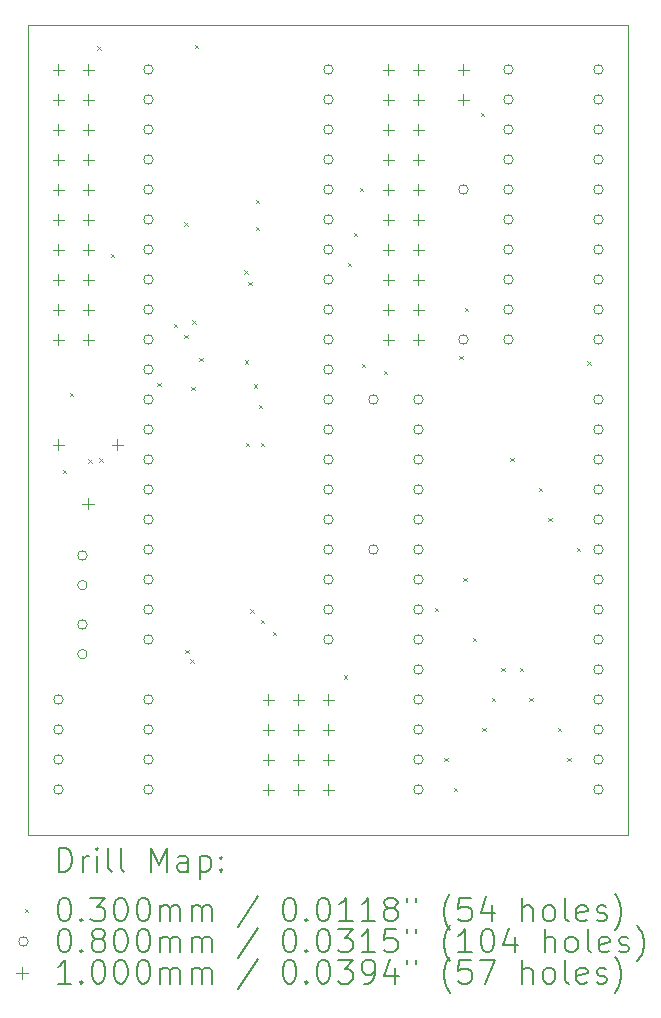
<source format=gbr>
%TF.GenerationSoftware,KiCad,Pcbnew,8.0.6*%
%TF.CreationDate,2025-02-13T00:08:48+01:00*%
%TF.ProjectId,board_v1,626f6172-645f-4763-912e-6b696361645f,rev?*%
%TF.SameCoordinates,Original*%
%TF.FileFunction,Drillmap*%
%TF.FilePolarity,Positive*%
%FSLAX45Y45*%
G04 Gerber Fmt 4.5, Leading zero omitted, Abs format (unit mm)*
G04 Created by KiCad (PCBNEW 8.0.6) date 2025-02-13 00:08:48*
%MOMM*%
%LPD*%
G01*
G04 APERTURE LIST*
%ADD10C,0.050000*%
%ADD11C,0.200000*%
%ADD12C,0.100000*%
G04 APERTURE END LIST*
D10*
X6604000Y-7239000D02*
X11684000Y-7239000D01*
X11684000Y-14097000D01*
X6604000Y-14097000D01*
X6604000Y-7239000D01*
D11*
D12*
X6893800Y-11008600D02*
X6923800Y-11038600D01*
X6923800Y-11008600D02*
X6893800Y-11038600D01*
X6954760Y-10358360D02*
X6984760Y-10388360D01*
X6984760Y-10358360D02*
X6954760Y-10388360D01*
X7109700Y-10919700D02*
X7139700Y-10949700D01*
X7139700Y-10919700D02*
X7109700Y-10949700D01*
X7188440Y-7422120D02*
X7218440Y-7452120D01*
X7218440Y-7422120D02*
X7188440Y-7452120D01*
X7204950Y-10913350D02*
X7234950Y-10943350D01*
X7234950Y-10913350D02*
X7204950Y-10943350D01*
X7300200Y-9179800D02*
X7330200Y-9209800D01*
X7330200Y-9179800D02*
X7300200Y-9209800D01*
X7696440Y-10270214D02*
X7726440Y-10300214D01*
X7726440Y-10270214D02*
X7696440Y-10300214D01*
X7833600Y-9771620D02*
X7863600Y-9801620D01*
X7863600Y-9771620D02*
X7833600Y-9801620D01*
X7923770Y-8914370D02*
X7953770Y-8944370D01*
X7953770Y-8914370D02*
X7923770Y-8944370D01*
X7925040Y-9865600D02*
X7955040Y-9895600D01*
X7955040Y-9865600D02*
X7925040Y-9895600D01*
X7931080Y-12532600D02*
X7961080Y-12562600D01*
X7961080Y-12532600D02*
X7931080Y-12562600D01*
X7973573Y-12612573D02*
X8003573Y-12642573D01*
X8003573Y-12612573D02*
X7973573Y-12642573D01*
X7980920Y-10305020D02*
X8010920Y-10335020D01*
X8010920Y-10305020D02*
X7980920Y-10335020D01*
X7991080Y-9743680D02*
X8021080Y-9773680D01*
X8021080Y-9743680D02*
X7991080Y-9773680D01*
X8011400Y-7408460D02*
X8041400Y-7438460D01*
X8041400Y-7408460D02*
X8011400Y-7438460D01*
X8051080Y-10060220D02*
X8081080Y-10090220D01*
X8081080Y-10060220D02*
X8051080Y-10090220D01*
X8429230Y-9318230D02*
X8459230Y-9348230D01*
X8459230Y-9318230D02*
X8429230Y-9348230D01*
X8434310Y-10082770D02*
X8464310Y-10112770D01*
X8464310Y-10082770D02*
X8434310Y-10112770D01*
X8443200Y-10780000D02*
X8473200Y-10810000D01*
X8473200Y-10780000D02*
X8443200Y-10810000D01*
X8466060Y-9418560D02*
X8496060Y-9448560D01*
X8496060Y-9418560D02*
X8466060Y-9448560D01*
X8481300Y-12189700D02*
X8511300Y-12219700D01*
X8511300Y-12189700D02*
X8481300Y-12219700D01*
X8510200Y-10284700D02*
X8540200Y-10314700D01*
X8540200Y-10284700D02*
X8510200Y-10314700D01*
X8528600Y-8722600D02*
X8558600Y-8752600D01*
X8558600Y-8722600D02*
X8528600Y-8752600D01*
X8528600Y-8951200D02*
X8558600Y-8981200D01*
X8558600Y-8951200D02*
X8528600Y-8981200D01*
X8554960Y-10457420D02*
X8584960Y-10487420D01*
X8584960Y-10457420D02*
X8554960Y-10487420D01*
X8570200Y-10780000D02*
X8600200Y-10810000D01*
X8600200Y-10780000D02*
X8570200Y-10810000D01*
X8570200Y-12278600D02*
X8600200Y-12308600D01*
X8600200Y-12278600D02*
X8570200Y-12308600D01*
X8671800Y-12380200D02*
X8701800Y-12410200D01*
X8701800Y-12380200D02*
X8671800Y-12410200D01*
X9272200Y-12748500D02*
X9302200Y-12778500D01*
X9302200Y-12748500D02*
X9272200Y-12778500D01*
X9306800Y-9256000D02*
X9336800Y-9286000D01*
X9336800Y-9256000D02*
X9306800Y-9286000D01*
X9357600Y-9002000D02*
X9387600Y-9032000D01*
X9387600Y-9002000D02*
X9357600Y-9032000D01*
X9408400Y-8621000D02*
X9438400Y-8651000D01*
X9438400Y-8621000D02*
X9408400Y-8651000D01*
X9425220Y-10111980D02*
X9455220Y-10141980D01*
X9455220Y-10111980D02*
X9425220Y-10141980D01*
X9611600Y-10170400D02*
X9641600Y-10200400D01*
X9641600Y-10170400D02*
X9611600Y-10200400D01*
X10045000Y-12177000D02*
X10075000Y-12207000D01*
X10075000Y-12177000D02*
X10045000Y-12207000D01*
X10125000Y-13447000D02*
X10155000Y-13477000D01*
X10155000Y-13447000D02*
X10125000Y-13477000D01*
X10205000Y-13701000D02*
X10235000Y-13731000D01*
X10235000Y-13701000D02*
X10205000Y-13731000D01*
X10249223Y-10045000D02*
X10279223Y-10075000D01*
X10279223Y-10045000D02*
X10249223Y-10075000D01*
X10285000Y-11923000D02*
X10315000Y-11953000D01*
X10315000Y-11923000D02*
X10285000Y-11953000D01*
X10297400Y-9637000D02*
X10327400Y-9667000D01*
X10327400Y-9637000D02*
X10297400Y-9667000D01*
X10365000Y-12431000D02*
X10395000Y-12461000D01*
X10395000Y-12431000D02*
X10365000Y-12461000D01*
X10432774Y-7985246D02*
X10462774Y-8015246D01*
X10462774Y-7985246D02*
X10432774Y-8015246D01*
X10445000Y-13193000D02*
X10475000Y-13223000D01*
X10475000Y-13193000D02*
X10445000Y-13223000D01*
X10525000Y-12939000D02*
X10555000Y-12969000D01*
X10555000Y-12939000D02*
X10525000Y-12969000D01*
X10605000Y-12685000D02*
X10635000Y-12715000D01*
X10635000Y-12685000D02*
X10605000Y-12715000D01*
X10685000Y-10907000D02*
X10715000Y-10937000D01*
X10715000Y-10907000D02*
X10685000Y-10937000D01*
X10765000Y-12685000D02*
X10795000Y-12715000D01*
X10795000Y-12685000D02*
X10765000Y-12715000D01*
X10845000Y-12939000D02*
X10875000Y-12969000D01*
X10875000Y-12939000D02*
X10845000Y-12969000D01*
X10925000Y-11161000D02*
X10955000Y-11191000D01*
X10955000Y-11161000D02*
X10925000Y-11191000D01*
X11005000Y-11415000D02*
X11035000Y-11445000D01*
X11035000Y-11415000D02*
X11005000Y-11445000D01*
X11085000Y-13193000D02*
X11115000Y-13223000D01*
X11115000Y-13193000D02*
X11085000Y-13223000D01*
X11165000Y-13447000D02*
X11195000Y-13477000D01*
X11195000Y-13447000D02*
X11165000Y-13477000D01*
X11245000Y-11669000D02*
X11275000Y-11699000D01*
X11275000Y-11669000D02*
X11245000Y-11699000D01*
X11336260Y-10091660D02*
X11366260Y-10121660D01*
X11366260Y-10091660D02*
X11336260Y-10121660D01*
X6898000Y-12954000D02*
G75*
G02*
X6818000Y-12954000I-40000J0D01*
G01*
X6818000Y-12954000D02*
G75*
G02*
X6898000Y-12954000I40000J0D01*
G01*
X6898000Y-13208000D02*
G75*
G02*
X6818000Y-13208000I-40000J0D01*
G01*
X6818000Y-13208000D02*
G75*
G02*
X6898000Y-13208000I40000J0D01*
G01*
X6898000Y-13462000D02*
G75*
G02*
X6818000Y-13462000I-40000J0D01*
G01*
X6818000Y-13462000D02*
G75*
G02*
X6898000Y-13462000I40000J0D01*
G01*
X6898000Y-13716000D02*
G75*
G02*
X6818000Y-13716000I-40000J0D01*
G01*
X6818000Y-13716000D02*
G75*
G02*
X6898000Y-13716000I40000J0D01*
G01*
X7101200Y-11734800D02*
G75*
G02*
X7021200Y-11734800I-40000J0D01*
G01*
X7021200Y-11734800D02*
G75*
G02*
X7101200Y-11734800I40000J0D01*
G01*
X7101200Y-11984800D02*
G75*
G02*
X7021200Y-11984800I-40000J0D01*
G01*
X7021200Y-11984800D02*
G75*
G02*
X7101200Y-11984800I40000J0D01*
G01*
X7101200Y-12319000D02*
G75*
G02*
X7021200Y-12319000I-40000J0D01*
G01*
X7021200Y-12319000D02*
G75*
G02*
X7101200Y-12319000I40000J0D01*
G01*
X7101200Y-12569000D02*
G75*
G02*
X7021200Y-12569000I-40000J0D01*
G01*
X7021200Y-12569000D02*
G75*
G02*
X7101200Y-12569000I40000J0D01*
G01*
X7660000Y-7620000D02*
G75*
G02*
X7580000Y-7620000I-40000J0D01*
G01*
X7580000Y-7620000D02*
G75*
G02*
X7660000Y-7620000I40000J0D01*
G01*
X7660000Y-7874000D02*
G75*
G02*
X7580000Y-7874000I-40000J0D01*
G01*
X7580000Y-7874000D02*
G75*
G02*
X7660000Y-7874000I40000J0D01*
G01*
X7660000Y-8128000D02*
G75*
G02*
X7580000Y-8128000I-40000J0D01*
G01*
X7580000Y-8128000D02*
G75*
G02*
X7660000Y-8128000I40000J0D01*
G01*
X7660000Y-8382000D02*
G75*
G02*
X7580000Y-8382000I-40000J0D01*
G01*
X7580000Y-8382000D02*
G75*
G02*
X7660000Y-8382000I40000J0D01*
G01*
X7660000Y-8636000D02*
G75*
G02*
X7580000Y-8636000I-40000J0D01*
G01*
X7580000Y-8636000D02*
G75*
G02*
X7660000Y-8636000I40000J0D01*
G01*
X7660000Y-8890000D02*
G75*
G02*
X7580000Y-8890000I-40000J0D01*
G01*
X7580000Y-8890000D02*
G75*
G02*
X7660000Y-8890000I40000J0D01*
G01*
X7660000Y-9144000D02*
G75*
G02*
X7580000Y-9144000I-40000J0D01*
G01*
X7580000Y-9144000D02*
G75*
G02*
X7660000Y-9144000I40000J0D01*
G01*
X7660000Y-9398000D02*
G75*
G02*
X7580000Y-9398000I-40000J0D01*
G01*
X7580000Y-9398000D02*
G75*
G02*
X7660000Y-9398000I40000J0D01*
G01*
X7660000Y-9652000D02*
G75*
G02*
X7580000Y-9652000I-40000J0D01*
G01*
X7580000Y-9652000D02*
G75*
G02*
X7660000Y-9652000I40000J0D01*
G01*
X7660000Y-9906000D02*
G75*
G02*
X7580000Y-9906000I-40000J0D01*
G01*
X7580000Y-9906000D02*
G75*
G02*
X7660000Y-9906000I40000J0D01*
G01*
X7660000Y-10160000D02*
G75*
G02*
X7580000Y-10160000I-40000J0D01*
G01*
X7580000Y-10160000D02*
G75*
G02*
X7660000Y-10160000I40000J0D01*
G01*
X7660000Y-10414000D02*
G75*
G02*
X7580000Y-10414000I-40000J0D01*
G01*
X7580000Y-10414000D02*
G75*
G02*
X7660000Y-10414000I40000J0D01*
G01*
X7660000Y-10668000D02*
G75*
G02*
X7580000Y-10668000I-40000J0D01*
G01*
X7580000Y-10668000D02*
G75*
G02*
X7660000Y-10668000I40000J0D01*
G01*
X7660000Y-10922000D02*
G75*
G02*
X7580000Y-10922000I-40000J0D01*
G01*
X7580000Y-10922000D02*
G75*
G02*
X7660000Y-10922000I40000J0D01*
G01*
X7660000Y-11176000D02*
G75*
G02*
X7580000Y-11176000I-40000J0D01*
G01*
X7580000Y-11176000D02*
G75*
G02*
X7660000Y-11176000I40000J0D01*
G01*
X7660000Y-11430000D02*
G75*
G02*
X7580000Y-11430000I-40000J0D01*
G01*
X7580000Y-11430000D02*
G75*
G02*
X7660000Y-11430000I40000J0D01*
G01*
X7660000Y-11684000D02*
G75*
G02*
X7580000Y-11684000I-40000J0D01*
G01*
X7580000Y-11684000D02*
G75*
G02*
X7660000Y-11684000I40000J0D01*
G01*
X7660000Y-11938000D02*
G75*
G02*
X7580000Y-11938000I-40000J0D01*
G01*
X7580000Y-11938000D02*
G75*
G02*
X7660000Y-11938000I40000J0D01*
G01*
X7660000Y-12192000D02*
G75*
G02*
X7580000Y-12192000I-40000J0D01*
G01*
X7580000Y-12192000D02*
G75*
G02*
X7660000Y-12192000I40000J0D01*
G01*
X7660000Y-12446000D02*
G75*
G02*
X7580000Y-12446000I-40000J0D01*
G01*
X7580000Y-12446000D02*
G75*
G02*
X7660000Y-12446000I40000J0D01*
G01*
X7660000Y-12954000D02*
G75*
G02*
X7580000Y-12954000I-40000J0D01*
G01*
X7580000Y-12954000D02*
G75*
G02*
X7660000Y-12954000I40000J0D01*
G01*
X7660000Y-13208000D02*
G75*
G02*
X7580000Y-13208000I-40000J0D01*
G01*
X7580000Y-13208000D02*
G75*
G02*
X7660000Y-13208000I40000J0D01*
G01*
X7660000Y-13462000D02*
G75*
G02*
X7580000Y-13462000I-40000J0D01*
G01*
X7580000Y-13462000D02*
G75*
G02*
X7660000Y-13462000I40000J0D01*
G01*
X7660000Y-13716000D02*
G75*
G02*
X7580000Y-13716000I-40000J0D01*
G01*
X7580000Y-13716000D02*
G75*
G02*
X7660000Y-13716000I40000J0D01*
G01*
X9184000Y-7620000D02*
G75*
G02*
X9104000Y-7620000I-40000J0D01*
G01*
X9104000Y-7620000D02*
G75*
G02*
X9184000Y-7620000I40000J0D01*
G01*
X9184000Y-7874000D02*
G75*
G02*
X9104000Y-7874000I-40000J0D01*
G01*
X9104000Y-7874000D02*
G75*
G02*
X9184000Y-7874000I40000J0D01*
G01*
X9184000Y-8128000D02*
G75*
G02*
X9104000Y-8128000I-40000J0D01*
G01*
X9104000Y-8128000D02*
G75*
G02*
X9184000Y-8128000I40000J0D01*
G01*
X9184000Y-8382000D02*
G75*
G02*
X9104000Y-8382000I-40000J0D01*
G01*
X9104000Y-8382000D02*
G75*
G02*
X9184000Y-8382000I40000J0D01*
G01*
X9184000Y-8636000D02*
G75*
G02*
X9104000Y-8636000I-40000J0D01*
G01*
X9104000Y-8636000D02*
G75*
G02*
X9184000Y-8636000I40000J0D01*
G01*
X9184000Y-8890000D02*
G75*
G02*
X9104000Y-8890000I-40000J0D01*
G01*
X9104000Y-8890000D02*
G75*
G02*
X9184000Y-8890000I40000J0D01*
G01*
X9184000Y-9144000D02*
G75*
G02*
X9104000Y-9144000I-40000J0D01*
G01*
X9104000Y-9144000D02*
G75*
G02*
X9184000Y-9144000I40000J0D01*
G01*
X9184000Y-9398000D02*
G75*
G02*
X9104000Y-9398000I-40000J0D01*
G01*
X9104000Y-9398000D02*
G75*
G02*
X9184000Y-9398000I40000J0D01*
G01*
X9184000Y-9652000D02*
G75*
G02*
X9104000Y-9652000I-40000J0D01*
G01*
X9104000Y-9652000D02*
G75*
G02*
X9184000Y-9652000I40000J0D01*
G01*
X9184000Y-9906000D02*
G75*
G02*
X9104000Y-9906000I-40000J0D01*
G01*
X9104000Y-9906000D02*
G75*
G02*
X9184000Y-9906000I40000J0D01*
G01*
X9184000Y-10160000D02*
G75*
G02*
X9104000Y-10160000I-40000J0D01*
G01*
X9104000Y-10160000D02*
G75*
G02*
X9184000Y-10160000I40000J0D01*
G01*
X9184000Y-10414000D02*
G75*
G02*
X9104000Y-10414000I-40000J0D01*
G01*
X9104000Y-10414000D02*
G75*
G02*
X9184000Y-10414000I40000J0D01*
G01*
X9184000Y-10668000D02*
G75*
G02*
X9104000Y-10668000I-40000J0D01*
G01*
X9104000Y-10668000D02*
G75*
G02*
X9184000Y-10668000I40000J0D01*
G01*
X9184000Y-10922000D02*
G75*
G02*
X9104000Y-10922000I-40000J0D01*
G01*
X9104000Y-10922000D02*
G75*
G02*
X9184000Y-10922000I40000J0D01*
G01*
X9184000Y-11176000D02*
G75*
G02*
X9104000Y-11176000I-40000J0D01*
G01*
X9104000Y-11176000D02*
G75*
G02*
X9184000Y-11176000I40000J0D01*
G01*
X9184000Y-11430000D02*
G75*
G02*
X9104000Y-11430000I-40000J0D01*
G01*
X9104000Y-11430000D02*
G75*
G02*
X9184000Y-11430000I40000J0D01*
G01*
X9184000Y-11684000D02*
G75*
G02*
X9104000Y-11684000I-40000J0D01*
G01*
X9104000Y-11684000D02*
G75*
G02*
X9184000Y-11684000I40000J0D01*
G01*
X9184000Y-11938000D02*
G75*
G02*
X9104000Y-11938000I-40000J0D01*
G01*
X9104000Y-11938000D02*
G75*
G02*
X9184000Y-11938000I40000J0D01*
G01*
X9184000Y-12192000D02*
G75*
G02*
X9104000Y-12192000I-40000J0D01*
G01*
X9104000Y-12192000D02*
G75*
G02*
X9184000Y-12192000I40000J0D01*
G01*
X9184000Y-12446000D02*
G75*
G02*
X9104000Y-12446000I-40000J0D01*
G01*
X9104000Y-12446000D02*
G75*
G02*
X9184000Y-12446000I40000J0D01*
G01*
X9565000Y-10414000D02*
G75*
G02*
X9485000Y-10414000I-40000J0D01*
G01*
X9485000Y-10414000D02*
G75*
G02*
X9565000Y-10414000I40000J0D01*
G01*
X9565000Y-11684000D02*
G75*
G02*
X9485000Y-11684000I-40000J0D01*
G01*
X9485000Y-11684000D02*
G75*
G02*
X9565000Y-11684000I40000J0D01*
G01*
X9946000Y-10414000D02*
G75*
G02*
X9866000Y-10414000I-40000J0D01*
G01*
X9866000Y-10414000D02*
G75*
G02*
X9946000Y-10414000I40000J0D01*
G01*
X9946000Y-10668000D02*
G75*
G02*
X9866000Y-10668000I-40000J0D01*
G01*
X9866000Y-10668000D02*
G75*
G02*
X9946000Y-10668000I40000J0D01*
G01*
X9946000Y-10922000D02*
G75*
G02*
X9866000Y-10922000I-40000J0D01*
G01*
X9866000Y-10922000D02*
G75*
G02*
X9946000Y-10922000I40000J0D01*
G01*
X9946000Y-11176000D02*
G75*
G02*
X9866000Y-11176000I-40000J0D01*
G01*
X9866000Y-11176000D02*
G75*
G02*
X9946000Y-11176000I40000J0D01*
G01*
X9946000Y-11430000D02*
G75*
G02*
X9866000Y-11430000I-40000J0D01*
G01*
X9866000Y-11430000D02*
G75*
G02*
X9946000Y-11430000I40000J0D01*
G01*
X9946000Y-11684000D02*
G75*
G02*
X9866000Y-11684000I-40000J0D01*
G01*
X9866000Y-11684000D02*
G75*
G02*
X9946000Y-11684000I40000J0D01*
G01*
X9946000Y-11938000D02*
G75*
G02*
X9866000Y-11938000I-40000J0D01*
G01*
X9866000Y-11938000D02*
G75*
G02*
X9946000Y-11938000I40000J0D01*
G01*
X9946000Y-12192000D02*
G75*
G02*
X9866000Y-12192000I-40000J0D01*
G01*
X9866000Y-12192000D02*
G75*
G02*
X9946000Y-12192000I40000J0D01*
G01*
X9946000Y-12446000D02*
G75*
G02*
X9866000Y-12446000I-40000J0D01*
G01*
X9866000Y-12446000D02*
G75*
G02*
X9946000Y-12446000I40000J0D01*
G01*
X9946000Y-12700000D02*
G75*
G02*
X9866000Y-12700000I-40000J0D01*
G01*
X9866000Y-12700000D02*
G75*
G02*
X9946000Y-12700000I40000J0D01*
G01*
X9946000Y-12954000D02*
G75*
G02*
X9866000Y-12954000I-40000J0D01*
G01*
X9866000Y-12954000D02*
G75*
G02*
X9946000Y-12954000I40000J0D01*
G01*
X9946000Y-13208000D02*
G75*
G02*
X9866000Y-13208000I-40000J0D01*
G01*
X9866000Y-13208000D02*
G75*
G02*
X9946000Y-13208000I40000J0D01*
G01*
X9946000Y-13462000D02*
G75*
G02*
X9866000Y-13462000I-40000J0D01*
G01*
X9866000Y-13462000D02*
G75*
G02*
X9946000Y-13462000I40000J0D01*
G01*
X9946000Y-13716000D02*
G75*
G02*
X9866000Y-13716000I-40000J0D01*
G01*
X9866000Y-13716000D02*
G75*
G02*
X9946000Y-13716000I40000J0D01*
G01*
X10327000Y-8636000D02*
G75*
G02*
X10247000Y-8636000I-40000J0D01*
G01*
X10247000Y-8636000D02*
G75*
G02*
X10327000Y-8636000I40000J0D01*
G01*
X10327000Y-9906000D02*
G75*
G02*
X10247000Y-9906000I-40000J0D01*
G01*
X10247000Y-9906000D02*
G75*
G02*
X10327000Y-9906000I40000J0D01*
G01*
X10708000Y-7620000D02*
G75*
G02*
X10628000Y-7620000I-40000J0D01*
G01*
X10628000Y-7620000D02*
G75*
G02*
X10708000Y-7620000I40000J0D01*
G01*
X10708000Y-7874000D02*
G75*
G02*
X10628000Y-7874000I-40000J0D01*
G01*
X10628000Y-7874000D02*
G75*
G02*
X10708000Y-7874000I40000J0D01*
G01*
X10708000Y-8128000D02*
G75*
G02*
X10628000Y-8128000I-40000J0D01*
G01*
X10628000Y-8128000D02*
G75*
G02*
X10708000Y-8128000I40000J0D01*
G01*
X10708000Y-8382000D02*
G75*
G02*
X10628000Y-8382000I-40000J0D01*
G01*
X10628000Y-8382000D02*
G75*
G02*
X10708000Y-8382000I40000J0D01*
G01*
X10708000Y-8636000D02*
G75*
G02*
X10628000Y-8636000I-40000J0D01*
G01*
X10628000Y-8636000D02*
G75*
G02*
X10708000Y-8636000I40000J0D01*
G01*
X10708000Y-8890000D02*
G75*
G02*
X10628000Y-8890000I-40000J0D01*
G01*
X10628000Y-8890000D02*
G75*
G02*
X10708000Y-8890000I40000J0D01*
G01*
X10708000Y-9144000D02*
G75*
G02*
X10628000Y-9144000I-40000J0D01*
G01*
X10628000Y-9144000D02*
G75*
G02*
X10708000Y-9144000I40000J0D01*
G01*
X10708000Y-9398000D02*
G75*
G02*
X10628000Y-9398000I-40000J0D01*
G01*
X10628000Y-9398000D02*
G75*
G02*
X10708000Y-9398000I40000J0D01*
G01*
X10708000Y-9652000D02*
G75*
G02*
X10628000Y-9652000I-40000J0D01*
G01*
X10628000Y-9652000D02*
G75*
G02*
X10708000Y-9652000I40000J0D01*
G01*
X10708000Y-9906000D02*
G75*
G02*
X10628000Y-9906000I-40000J0D01*
G01*
X10628000Y-9906000D02*
G75*
G02*
X10708000Y-9906000I40000J0D01*
G01*
X11470000Y-7620000D02*
G75*
G02*
X11390000Y-7620000I-40000J0D01*
G01*
X11390000Y-7620000D02*
G75*
G02*
X11470000Y-7620000I40000J0D01*
G01*
X11470000Y-7874000D02*
G75*
G02*
X11390000Y-7874000I-40000J0D01*
G01*
X11390000Y-7874000D02*
G75*
G02*
X11470000Y-7874000I40000J0D01*
G01*
X11470000Y-8128000D02*
G75*
G02*
X11390000Y-8128000I-40000J0D01*
G01*
X11390000Y-8128000D02*
G75*
G02*
X11470000Y-8128000I40000J0D01*
G01*
X11470000Y-8382000D02*
G75*
G02*
X11390000Y-8382000I-40000J0D01*
G01*
X11390000Y-8382000D02*
G75*
G02*
X11470000Y-8382000I40000J0D01*
G01*
X11470000Y-8636000D02*
G75*
G02*
X11390000Y-8636000I-40000J0D01*
G01*
X11390000Y-8636000D02*
G75*
G02*
X11470000Y-8636000I40000J0D01*
G01*
X11470000Y-8890000D02*
G75*
G02*
X11390000Y-8890000I-40000J0D01*
G01*
X11390000Y-8890000D02*
G75*
G02*
X11470000Y-8890000I40000J0D01*
G01*
X11470000Y-9144000D02*
G75*
G02*
X11390000Y-9144000I-40000J0D01*
G01*
X11390000Y-9144000D02*
G75*
G02*
X11470000Y-9144000I40000J0D01*
G01*
X11470000Y-9398000D02*
G75*
G02*
X11390000Y-9398000I-40000J0D01*
G01*
X11390000Y-9398000D02*
G75*
G02*
X11470000Y-9398000I40000J0D01*
G01*
X11470000Y-9652000D02*
G75*
G02*
X11390000Y-9652000I-40000J0D01*
G01*
X11390000Y-9652000D02*
G75*
G02*
X11470000Y-9652000I40000J0D01*
G01*
X11470000Y-9906000D02*
G75*
G02*
X11390000Y-9906000I-40000J0D01*
G01*
X11390000Y-9906000D02*
G75*
G02*
X11470000Y-9906000I40000J0D01*
G01*
X11470000Y-10414000D02*
G75*
G02*
X11390000Y-10414000I-40000J0D01*
G01*
X11390000Y-10414000D02*
G75*
G02*
X11470000Y-10414000I40000J0D01*
G01*
X11470000Y-10668000D02*
G75*
G02*
X11390000Y-10668000I-40000J0D01*
G01*
X11390000Y-10668000D02*
G75*
G02*
X11470000Y-10668000I40000J0D01*
G01*
X11470000Y-10922000D02*
G75*
G02*
X11390000Y-10922000I-40000J0D01*
G01*
X11390000Y-10922000D02*
G75*
G02*
X11470000Y-10922000I40000J0D01*
G01*
X11470000Y-11176000D02*
G75*
G02*
X11390000Y-11176000I-40000J0D01*
G01*
X11390000Y-11176000D02*
G75*
G02*
X11470000Y-11176000I40000J0D01*
G01*
X11470000Y-11430000D02*
G75*
G02*
X11390000Y-11430000I-40000J0D01*
G01*
X11390000Y-11430000D02*
G75*
G02*
X11470000Y-11430000I40000J0D01*
G01*
X11470000Y-11684000D02*
G75*
G02*
X11390000Y-11684000I-40000J0D01*
G01*
X11390000Y-11684000D02*
G75*
G02*
X11470000Y-11684000I40000J0D01*
G01*
X11470000Y-11938000D02*
G75*
G02*
X11390000Y-11938000I-40000J0D01*
G01*
X11390000Y-11938000D02*
G75*
G02*
X11470000Y-11938000I40000J0D01*
G01*
X11470000Y-12192000D02*
G75*
G02*
X11390000Y-12192000I-40000J0D01*
G01*
X11390000Y-12192000D02*
G75*
G02*
X11470000Y-12192000I40000J0D01*
G01*
X11470000Y-12446000D02*
G75*
G02*
X11390000Y-12446000I-40000J0D01*
G01*
X11390000Y-12446000D02*
G75*
G02*
X11470000Y-12446000I40000J0D01*
G01*
X11470000Y-12700000D02*
G75*
G02*
X11390000Y-12700000I-40000J0D01*
G01*
X11390000Y-12700000D02*
G75*
G02*
X11470000Y-12700000I40000J0D01*
G01*
X11470000Y-12954000D02*
G75*
G02*
X11390000Y-12954000I-40000J0D01*
G01*
X11390000Y-12954000D02*
G75*
G02*
X11470000Y-12954000I40000J0D01*
G01*
X11470000Y-13208000D02*
G75*
G02*
X11390000Y-13208000I-40000J0D01*
G01*
X11390000Y-13208000D02*
G75*
G02*
X11470000Y-13208000I40000J0D01*
G01*
X11470000Y-13462000D02*
G75*
G02*
X11390000Y-13462000I-40000J0D01*
G01*
X11390000Y-13462000D02*
G75*
G02*
X11470000Y-13462000I40000J0D01*
G01*
X11470000Y-13716000D02*
G75*
G02*
X11390000Y-13716000I-40000J0D01*
G01*
X11390000Y-13716000D02*
G75*
G02*
X11470000Y-13716000I40000J0D01*
G01*
X6858000Y-7570000D02*
X6858000Y-7670000D01*
X6808000Y-7620000D02*
X6908000Y-7620000D01*
X6858000Y-7824000D02*
X6858000Y-7924000D01*
X6808000Y-7874000D02*
X6908000Y-7874000D01*
X6858000Y-8078000D02*
X6858000Y-8178000D01*
X6808000Y-8128000D02*
X6908000Y-8128000D01*
X6858000Y-8332000D02*
X6858000Y-8432000D01*
X6808000Y-8382000D02*
X6908000Y-8382000D01*
X6858000Y-8586000D02*
X6858000Y-8686000D01*
X6808000Y-8636000D02*
X6908000Y-8636000D01*
X6858000Y-8840000D02*
X6858000Y-8940000D01*
X6808000Y-8890000D02*
X6908000Y-8890000D01*
X6858000Y-9094000D02*
X6858000Y-9194000D01*
X6808000Y-9144000D02*
X6908000Y-9144000D01*
X6858000Y-9348000D02*
X6858000Y-9448000D01*
X6808000Y-9398000D02*
X6908000Y-9398000D01*
X6858000Y-9602000D02*
X6858000Y-9702000D01*
X6808000Y-9652000D02*
X6908000Y-9652000D01*
X6858000Y-9856000D02*
X6858000Y-9956000D01*
X6808000Y-9906000D02*
X6908000Y-9906000D01*
X6858000Y-10745000D02*
X6858000Y-10845000D01*
X6808000Y-10795000D02*
X6908000Y-10795000D01*
X7108000Y-11245000D02*
X7108000Y-11345000D01*
X7058000Y-11295000D02*
X7158000Y-11295000D01*
X7112000Y-7570000D02*
X7112000Y-7670000D01*
X7062000Y-7620000D02*
X7162000Y-7620000D01*
X7112000Y-7824000D02*
X7112000Y-7924000D01*
X7062000Y-7874000D02*
X7162000Y-7874000D01*
X7112000Y-8078000D02*
X7112000Y-8178000D01*
X7062000Y-8128000D02*
X7162000Y-8128000D01*
X7112000Y-8332000D02*
X7112000Y-8432000D01*
X7062000Y-8382000D02*
X7162000Y-8382000D01*
X7112000Y-8586000D02*
X7112000Y-8686000D01*
X7062000Y-8636000D02*
X7162000Y-8636000D01*
X7112000Y-8840000D02*
X7112000Y-8940000D01*
X7062000Y-8890000D02*
X7162000Y-8890000D01*
X7112000Y-9094000D02*
X7112000Y-9194000D01*
X7062000Y-9144000D02*
X7162000Y-9144000D01*
X7112000Y-9348000D02*
X7112000Y-9448000D01*
X7062000Y-9398000D02*
X7162000Y-9398000D01*
X7112000Y-9602000D02*
X7112000Y-9702000D01*
X7062000Y-9652000D02*
X7162000Y-9652000D01*
X7112000Y-9856000D02*
X7112000Y-9956000D01*
X7062000Y-9906000D02*
X7162000Y-9906000D01*
X7358000Y-10745000D02*
X7358000Y-10845000D01*
X7308000Y-10795000D02*
X7408000Y-10795000D01*
X8636000Y-12904000D02*
X8636000Y-13004000D01*
X8586000Y-12954000D02*
X8686000Y-12954000D01*
X8636000Y-13158000D02*
X8636000Y-13258000D01*
X8586000Y-13208000D02*
X8686000Y-13208000D01*
X8636000Y-13412000D02*
X8636000Y-13512000D01*
X8586000Y-13462000D02*
X8686000Y-13462000D01*
X8636000Y-13666000D02*
X8636000Y-13766000D01*
X8586000Y-13716000D02*
X8686000Y-13716000D01*
X8890000Y-12904000D02*
X8890000Y-13004000D01*
X8840000Y-12954000D02*
X8940000Y-12954000D01*
X8890000Y-13158000D02*
X8890000Y-13258000D01*
X8840000Y-13208000D02*
X8940000Y-13208000D01*
X8890000Y-13412000D02*
X8890000Y-13512000D01*
X8840000Y-13462000D02*
X8940000Y-13462000D01*
X8890000Y-13666000D02*
X8890000Y-13766000D01*
X8840000Y-13716000D02*
X8940000Y-13716000D01*
X9144000Y-12904000D02*
X9144000Y-13004000D01*
X9094000Y-12954000D02*
X9194000Y-12954000D01*
X9144000Y-13158000D02*
X9144000Y-13258000D01*
X9094000Y-13208000D02*
X9194000Y-13208000D01*
X9144000Y-13412000D02*
X9144000Y-13512000D01*
X9094000Y-13462000D02*
X9194000Y-13462000D01*
X9144000Y-13666000D02*
X9144000Y-13766000D01*
X9094000Y-13716000D02*
X9194000Y-13716000D01*
X9652000Y-7570000D02*
X9652000Y-7670000D01*
X9602000Y-7620000D02*
X9702000Y-7620000D01*
X9652000Y-7824000D02*
X9652000Y-7924000D01*
X9602000Y-7874000D02*
X9702000Y-7874000D01*
X9652000Y-8078000D02*
X9652000Y-8178000D01*
X9602000Y-8128000D02*
X9702000Y-8128000D01*
X9652000Y-8332000D02*
X9652000Y-8432000D01*
X9602000Y-8382000D02*
X9702000Y-8382000D01*
X9652000Y-8586000D02*
X9652000Y-8686000D01*
X9602000Y-8636000D02*
X9702000Y-8636000D01*
X9652000Y-8840000D02*
X9652000Y-8940000D01*
X9602000Y-8890000D02*
X9702000Y-8890000D01*
X9652000Y-9094000D02*
X9652000Y-9194000D01*
X9602000Y-9144000D02*
X9702000Y-9144000D01*
X9652000Y-9348000D02*
X9652000Y-9448000D01*
X9602000Y-9398000D02*
X9702000Y-9398000D01*
X9652000Y-9602000D02*
X9652000Y-9702000D01*
X9602000Y-9652000D02*
X9702000Y-9652000D01*
X9652000Y-9856000D02*
X9652000Y-9956000D01*
X9602000Y-9906000D02*
X9702000Y-9906000D01*
X9906000Y-7570000D02*
X9906000Y-7670000D01*
X9856000Y-7620000D02*
X9956000Y-7620000D01*
X9906000Y-7824000D02*
X9906000Y-7924000D01*
X9856000Y-7874000D02*
X9956000Y-7874000D01*
X9906000Y-8078000D02*
X9906000Y-8178000D01*
X9856000Y-8128000D02*
X9956000Y-8128000D01*
X9906000Y-8332000D02*
X9906000Y-8432000D01*
X9856000Y-8382000D02*
X9956000Y-8382000D01*
X9906000Y-8586000D02*
X9906000Y-8686000D01*
X9856000Y-8636000D02*
X9956000Y-8636000D01*
X9906000Y-8840000D02*
X9906000Y-8940000D01*
X9856000Y-8890000D02*
X9956000Y-8890000D01*
X9906000Y-9094000D02*
X9906000Y-9194000D01*
X9856000Y-9144000D02*
X9956000Y-9144000D01*
X9906000Y-9348000D02*
X9906000Y-9448000D01*
X9856000Y-9398000D02*
X9956000Y-9398000D01*
X9906000Y-9602000D02*
X9906000Y-9702000D01*
X9856000Y-9652000D02*
X9956000Y-9652000D01*
X9906000Y-9856000D02*
X9906000Y-9956000D01*
X9856000Y-9906000D02*
X9956000Y-9906000D01*
X10287000Y-7570000D02*
X10287000Y-7670000D01*
X10237000Y-7620000D02*
X10337000Y-7620000D01*
X10287000Y-7824000D02*
X10287000Y-7924000D01*
X10237000Y-7874000D02*
X10337000Y-7874000D01*
D11*
X6862277Y-14410984D02*
X6862277Y-14210984D01*
X6862277Y-14210984D02*
X6909896Y-14210984D01*
X6909896Y-14210984D02*
X6938467Y-14220508D01*
X6938467Y-14220508D02*
X6957515Y-14239555D01*
X6957515Y-14239555D02*
X6967039Y-14258603D01*
X6967039Y-14258603D02*
X6976562Y-14296698D01*
X6976562Y-14296698D02*
X6976562Y-14325269D01*
X6976562Y-14325269D02*
X6967039Y-14363365D01*
X6967039Y-14363365D02*
X6957515Y-14382412D01*
X6957515Y-14382412D02*
X6938467Y-14401460D01*
X6938467Y-14401460D02*
X6909896Y-14410984D01*
X6909896Y-14410984D02*
X6862277Y-14410984D01*
X7062277Y-14410984D02*
X7062277Y-14277650D01*
X7062277Y-14315746D02*
X7071801Y-14296698D01*
X7071801Y-14296698D02*
X7081324Y-14287174D01*
X7081324Y-14287174D02*
X7100372Y-14277650D01*
X7100372Y-14277650D02*
X7119420Y-14277650D01*
X7186086Y-14410984D02*
X7186086Y-14277650D01*
X7186086Y-14210984D02*
X7176562Y-14220508D01*
X7176562Y-14220508D02*
X7186086Y-14230031D01*
X7186086Y-14230031D02*
X7195610Y-14220508D01*
X7195610Y-14220508D02*
X7186086Y-14210984D01*
X7186086Y-14210984D02*
X7186086Y-14230031D01*
X7309896Y-14410984D02*
X7290848Y-14401460D01*
X7290848Y-14401460D02*
X7281324Y-14382412D01*
X7281324Y-14382412D02*
X7281324Y-14210984D01*
X7414658Y-14410984D02*
X7395610Y-14401460D01*
X7395610Y-14401460D02*
X7386086Y-14382412D01*
X7386086Y-14382412D02*
X7386086Y-14210984D01*
X7643229Y-14410984D02*
X7643229Y-14210984D01*
X7643229Y-14210984D02*
X7709896Y-14353841D01*
X7709896Y-14353841D02*
X7776562Y-14210984D01*
X7776562Y-14210984D02*
X7776562Y-14410984D01*
X7957515Y-14410984D02*
X7957515Y-14306222D01*
X7957515Y-14306222D02*
X7947991Y-14287174D01*
X7947991Y-14287174D02*
X7928943Y-14277650D01*
X7928943Y-14277650D02*
X7890848Y-14277650D01*
X7890848Y-14277650D02*
X7871801Y-14287174D01*
X7957515Y-14401460D02*
X7938467Y-14410984D01*
X7938467Y-14410984D02*
X7890848Y-14410984D01*
X7890848Y-14410984D02*
X7871801Y-14401460D01*
X7871801Y-14401460D02*
X7862277Y-14382412D01*
X7862277Y-14382412D02*
X7862277Y-14363365D01*
X7862277Y-14363365D02*
X7871801Y-14344317D01*
X7871801Y-14344317D02*
X7890848Y-14334793D01*
X7890848Y-14334793D02*
X7938467Y-14334793D01*
X7938467Y-14334793D02*
X7957515Y-14325269D01*
X8052753Y-14277650D02*
X8052753Y-14477650D01*
X8052753Y-14287174D02*
X8071801Y-14277650D01*
X8071801Y-14277650D02*
X8109896Y-14277650D01*
X8109896Y-14277650D02*
X8128943Y-14287174D01*
X8128943Y-14287174D02*
X8138467Y-14296698D01*
X8138467Y-14296698D02*
X8147991Y-14315746D01*
X8147991Y-14315746D02*
X8147991Y-14372888D01*
X8147991Y-14372888D02*
X8138467Y-14391936D01*
X8138467Y-14391936D02*
X8128943Y-14401460D01*
X8128943Y-14401460D02*
X8109896Y-14410984D01*
X8109896Y-14410984D02*
X8071801Y-14410984D01*
X8071801Y-14410984D02*
X8052753Y-14401460D01*
X8233705Y-14391936D02*
X8243229Y-14401460D01*
X8243229Y-14401460D02*
X8233705Y-14410984D01*
X8233705Y-14410984D02*
X8224182Y-14401460D01*
X8224182Y-14401460D02*
X8233705Y-14391936D01*
X8233705Y-14391936D02*
X8233705Y-14410984D01*
X8233705Y-14287174D02*
X8243229Y-14296698D01*
X8243229Y-14296698D02*
X8233705Y-14306222D01*
X8233705Y-14306222D02*
X8224182Y-14296698D01*
X8224182Y-14296698D02*
X8233705Y-14287174D01*
X8233705Y-14287174D02*
X8233705Y-14306222D01*
D12*
X6571500Y-14724500D02*
X6601500Y-14754500D01*
X6601500Y-14724500D02*
X6571500Y-14754500D01*
D11*
X6900372Y-14630984D02*
X6919420Y-14630984D01*
X6919420Y-14630984D02*
X6938467Y-14640508D01*
X6938467Y-14640508D02*
X6947991Y-14650031D01*
X6947991Y-14650031D02*
X6957515Y-14669079D01*
X6957515Y-14669079D02*
X6967039Y-14707174D01*
X6967039Y-14707174D02*
X6967039Y-14754793D01*
X6967039Y-14754793D02*
X6957515Y-14792888D01*
X6957515Y-14792888D02*
X6947991Y-14811936D01*
X6947991Y-14811936D02*
X6938467Y-14821460D01*
X6938467Y-14821460D02*
X6919420Y-14830984D01*
X6919420Y-14830984D02*
X6900372Y-14830984D01*
X6900372Y-14830984D02*
X6881324Y-14821460D01*
X6881324Y-14821460D02*
X6871801Y-14811936D01*
X6871801Y-14811936D02*
X6862277Y-14792888D01*
X6862277Y-14792888D02*
X6852753Y-14754793D01*
X6852753Y-14754793D02*
X6852753Y-14707174D01*
X6852753Y-14707174D02*
X6862277Y-14669079D01*
X6862277Y-14669079D02*
X6871801Y-14650031D01*
X6871801Y-14650031D02*
X6881324Y-14640508D01*
X6881324Y-14640508D02*
X6900372Y-14630984D01*
X7052753Y-14811936D02*
X7062277Y-14821460D01*
X7062277Y-14821460D02*
X7052753Y-14830984D01*
X7052753Y-14830984D02*
X7043229Y-14821460D01*
X7043229Y-14821460D02*
X7052753Y-14811936D01*
X7052753Y-14811936D02*
X7052753Y-14830984D01*
X7128943Y-14630984D02*
X7252753Y-14630984D01*
X7252753Y-14630984D02*
X7186086Y-14707174D01*
X7186086Y-14707174D02*
X7214658Y-14707174D01*
X7214658Y-14707174D02*
X7233705Y-14716698D01*
X7233705Y-14716698D02*
X7243229Y-14726222D01*
X7243229Y-14726222D02*
X7252753Y-14745269D01*
X7252753Y-14745269D02*
X7252753Y-14792888D01*
X7252753Y-14792888D02*
X7243229Y-14811936D01*
X7243229Y-14811936D02*
X7233705Y-14821460D01*
X7233705Y-14821460D02*
X7214658Y-14830984D01*
X7214658Y-14830984D02*
X7157515Y-14830984D01*
X7157515Y-14830984D02*
X7138467Y-14821460D01*
X7138467Y-14821460D02*
X7128943Y-14811936D01*
X7376562Y-14630984D02*
X7395610Y-14630984D01*
X7395610Y-14630984D02*
X7414658Y-14640508D01*
X7414658Y-14640508D02*
X7424182Y-14650031D01*
X7424182Y-14650031D02*
X7433705Y-14669079D01*
X7433705Y-14669079D02*
X7443229Y-14707174D01*
X7443229Y-14707174D02*
X7443229Y-14754793D01*
X7443229Y-14754793D02*
X7433705Y-14792888D01*
X7433705Y-14792888D02*
X7424182Y-14811936D01*
X7424182Y-14811936D02*
X7414658Y-14821460D01*
X7414658Y-14821460D02*
X7395610Y-14830984D01*
X7395610Y-14830984D02*
X7376562Y-14830984D01*
X7376562Y-14830984D02*
X7357515Y-14821460D01*
X7357515Y-14821460D02*
X7347991Y-14811936D01*
X7347991Y-14811936D02*
X7338467Y-14792888D01*
X7338467Y-14792888D02*
X7328943Y-14754793D01*
X7328943Y-14754793D02*
X7328943Y-14707174D01*
X7328943Y-14707174D02*
X7338467Y-14669079D01*
X7338467Y-14669079D02*
X7347991Y-14650031D01*
X7347991Y-14650031D02*
X7357515Y-14640508D01*
X7357515Y-14640508D02*
X7376562Y-14630984D01*
X7567039Y-14630984D02*
X7586086Y-14630984D01*
X7586086Y-14630984D02*
X7605134Y-14640508D01*
X7605134Y-14640508D02*
X7614658Y-14650031D01*
X7614658Y-14650031D02*
X7624182Y-14669079D01*
X7624182Y-14669079D02*
X7633705Y-14707174D01*
X7633705Y-14707174D02*
X7633705Y-14754793D01*
X7633705Y-14754793D02*
X7624182Y-14792888D01*
X7624182Y-14792888D02*
X7614658Y-14811936D01*
X7614658Y-14811936D02*
X7605134Y-14821460D01*
X7605134Y-14821460D02*
X7586086Y-14830984D01*
X7586086Y-14830984D02*
X7567039Y-14830984D01*
X7567039Y-14830984D02*
X7547991Y-14821460D01*
X7547991Y-14821460D02*
X7538467Y-14811936D01*
X7538467Y-14811936D02*
X7528943Y-14792888D01*
X7528943Y-14792888D02*
X7519420Y-14754793D01*
X7519420Y-14754793D02*
X7519420Y-14707174D01*
X7519420Y-14707174D02*
X7528943Y-14669079D01*
X7528943Y-14669079D02*
X7538467Y-14650031D01*
X7538467Y-14650031D02*
X7547991Y-14640508D01*
X7547991Y-14640508D02*
X7567039Y-14630984D01*
X7719420Y-14830984D02*
X7719420Y-14697650D01*
X7719420Y-14716698D02*
X7728943Y-14707174D01*
X7728943Y-14707174D02*
X7747991Y-14697650D01*
X7747991Y-14697650D02*
X7776563Y-14697650D01*
X7776563Y-14697650D02*
X7795610Y-14707174D01*
X7795610Y-14707174D02*
X7805134Y-14726222D01*
X7805134Y-14726222D02*
X7805134Y-14830984D01*
X7805134Y-14726222D02*
X7814658Y-14707174D01*
X7814658Y-14707174D02*
X7833705Y-14697650D01*
X7833705Y-14697650D02*
X7862277Y-14697650D01*
X7862277Y-14697650D02*
X7881324Y-14707174D01*
X7881324Y-14707174D02*
X7890848Y-14726222D01*
X7890848Y-14726222D02*
X7890848Y-14830984D01*
X7986086Y-14830984D02*
X7986086Y-14697650D01*
X7986086Y-14716698D02*
X7995610Y-14707174D01*
X7995610Y-14707174D02*
X8014658Y-14697650D01*
X8014658Y-14697650D02*
X8043229Y-14697650D01*
X8043229Y-14697650D02*
X8062277Y-14707174D01*
X8062277Y-14707174D02*
X8071801Y-14726222D01*
X8071801Y-14726222D02*
X8071801Y-14830984D01*
X8071801Y-14726222D02*
X8081324Y-14707174D01*
X8081324Y-14707174D02*
X8100372Y-14697650D01*
X8100372Y-14697650D02*
X8128943Y-14697650D01*
X8128943Y-14697650D02*
X8147991Y-14707174D01*
X8147991Y-14707174D02*
X8157515Y-14726222D01*
X8157515Y-14726222D02*
X8157515Y-14830984D01*
X8547991Y-14621460D02*
X8376563Y-14878603D01*
X8805134Y-14630984D02*
X8824182Y-14630984D01*
X8824182Y-14630984D02*
X8843229Y-14640508D01*
X8843229Y-14640508D02*
X8852753Y-14650031D01*
X8852753Y-14650031D02*
X8862277Y-14669079D01*
X8862277Y-14669079D02*
X8871801Y-14707174D01*
X8871801Y-14707174D02*
X8871801Y-14754793D01*
X8871801Y-14754793D02*
X8862277Y-14792888D01*
X8862277Y-14792888D02*
X8852753Y-14811936D01*
X8852753Y-14811936D02*
X8843229Y-14821460D01*
X8843229Y-14821460D02*
X8824182Y-14830984D01*
X8824182Y-14830984D02*
X8805134Y-14830984D01*
X8805134Y-14830984D02*
X8786087Y-14821460D01*
X8786087Y-14821460D02*
X8776563Y-14811936D01*
X8776563Y-14811936D02*
X8767039Y-14792888D01*
X8767039Y-14792888D02*
X8757515Y-14754793D01*
X8757515Y-14754793D02*
X8757515Y-14707174D01*
X8757515Y-14707174D02*
X8767039Y-14669079D01*
X8767039Y-14669079D02*
X8776563Y-14650031D01*
X8776563Y-14650031D02*
X8786087Y-14640508D01*
X8786087Y-14640508D02*
X8805134Y-14630984D01*
X8957515Y-14811936D02*
X8967039Y-14821460D01*
X8967039Y-14821460D02*
X8957515Y-14830984D01*
X8957515Y-14830984D02*
X8947991Y-14821460D01*
X8947991Y-14821460D02*
X8957515Y-14811936D01*
X8957515Y-14811936D02*
X8957515Y-14830984D01*
X9090848Y-14630984D02*
X9109896Y-14630984D01*
X9109896Y-14630984D02*
X9128944Y-14640508D01*
X9128944Y-14640508D02*
X9138468Y-14650031D01*
X9138468Y-14650031D02*
X9147991Y-14669079D01*
X9147991Y-14669079D02*
X9157515Y-14707174D01*
X9157515Y-14707174D02*
X9157515Y-14754793D01*
X9157515Y-14754793D02*
X9147991Y-14792888D01*
X9147991Y-14792888D02*
X9138468Y-14811936D01*
X9138468Y-14811936D02*
X9128944Y-14821460D01*
X9128944Y-14821460D02*
X9109896Y-14830984D01*
X9109896Y-14830984D02*
X9090848Y-14830984D01*
X9090848Y-14830984D02*
X9071801Y-14821460D01*
X9071801Y-14821460D02*
X9062277Y-14811936D01*
X9062277Y-14811936D02*
X9052753Y-14792888D01*
X9052753Y-14792888D02*
X9043229Y-14754793D01*
X9043229Y-14754793D02*
X9043229Y-14707174D01*
X9043229Y-14707174D02*
X9052753Y-14669079D01*
X9052753Y-14669079D02*
X9062277Y-14650031D01*
X9062277Y-14650031D02*
X9071801Y-14640508D01*
X9071801Y-14640508D02*
X9090848Y-14630984D01*
X9347991Y-14830984D02*
X9233706Y-14830984D01*
X9290848Y-14830984D02*
X9290848Y-14630984D01*
X9290848Y-14630984D02*
X9271801Y-14659555D01*
X9271801Y-14659555D02*
X9252753Y-14678603D01*
X9252753Y-14678603D02*
X9233706Y-14688127D01*
X9538468Y-14830984D02*
X9424182Y-14830984D01*
X9481325Y-14830984D02*
X9481325Y-14630984D01*
X9481325Y-14630984D02*
X9462277Y-14659555D01*
X9462277Y-14659555D02*
X9443229Y-14678603D01*
X9443229Y-14678603D02*
X9424182Y-14688127D01*
X9652753Y-14716698D02*
X9633706Y-14707174D01*
X9633706Y-14707174D02*
X9624182Y-14697650D01*
X9624182Y-14697650D02*
X9614658Y-14678603D01*
X9614658Y-14678603D02*
X9614658Y-14669079D01*
X9614658Y-14669079D02*
X9624182Y-14650031D01*
X9624182Y-14650031D02*
X9633706Y-14640508D01*
X9633706Y-14640508D02*
X9652753Y-14630984D01*
X9652753Y-14630984D02*
X9690849Y-14630984D01*
X9690849Y-14630984D02*
X9709896Y-14640508D01*
X9709896Y-14640508D02*
X9719420Y-14650031D01*
X9719420Y-14650031D02*
X9728944Y-14669079D01*
X9728944Y-14669079D02*
X9728944Y-14678603D01*
X9728944Y-14678603D02*
X9719420Y-14697650D01*
X9719420Y-14697650D02*
X9709896Y-14707174D01*
X9709896Y-14707174D02*
X9690849Y-14716698D01*
X9690849Y-14716698D02*
X9652753Y-14716698D01*
X9652753Y-14716698D02*
X9633706Y-14726222D01*
X9633706Y-14726222D02*
X9624182Y-14735746D01*
X9624182Y-14735746D02*
X9614658Y-14754793D01*
X9614658Y-14754793D02*
X9614658Y-14792888D01*
X9614658Y-14792888D02*
X9624182Y-14811936D01*
X9624182Y-14811936D02*
X9633706Y-14821460D01*
X9633706Y-14821460D02*
X9652753Y-14830984D01*
X9652753Y-14830984D02*
X9690849Y-14830984D01*
X9690849Y-14830984D02*
X9709896Y-14821460D01*
X9709896Y-14821460D02*
X9719420Y-14811936D01*
X9719420Y-14811936D02*
X9728944Y-14792888D01*
X9728944Y-14792888D02*
X9728944Y-14754793D01*
X9728944Y-14754793D02*
X9719420Y-14735746D01*
X9719420Y-14735746D02*
X9709896Y-14726222D01*
X9709896Y-14726222D02*
X9690849Y-14716698D01*
X9805134Y-14630984D02*
X9805134Y-14669079D01*
X9881325Y-14630984D02*
X9881325Y-14669079D01*
X10176563Y-14907174D02*
X10167039Y-14897650D01*
X10167039Y-14897650D02*
X10147991Y-14869079D01*
X10147991Y-14869079D02*
X10138468Y-14850031D01*
X10138468Y-14850031D02*
X10128944Y-14821460D01*
X10128944Y-14821460D02*
X10119420Y-14773841D01*
X10119420Y-14773841D02*
X10119420Y-14735746D01*
X10119420Y-14735746D02*
X10128944Y-14688127D01*
X10128944Y-14688127D02*
X10138468Y-14659555D01*
X10138468Y-14659555D02*
X10147991Y-14640508D01*
X10147991Y-14640508D02*
X10167039Y-14611936D01*
X10167039Y-14611936D02*
X10176563Y-14602412D01*
X10347991Y-14630984D02*
X10252753Y-14630984D01*
X10252753Y-14630984D02*
X10243230Y-14726222D01*
X10243230Y-14726222D02*
X10252753Y-14716698D01*
X10252753Y-14716698D02*
X10271801Y-14707174D01*
X10271801Y-14707174D02*
X10319420Y-14707174D01*
X10319420Y-14707174D02*
X10338468Y-14716698D01*
X10338468Y-14716698D02*
X10347991Y-14726222D01*
X10347991Y-14726222D02*
X10357515Y-14745269D01*
X10357515Y-14745269D02*
X10357515Y-14792888D01*
X10357515Y-14792888D02*
X10347991Y-14811936D01*
X10347991Y-14811936D02*
X10338468Y-14821460D01*
X10338468Y-14821460D02*
X10319420Y-14830984D01*
X10319420Y-14830984D02*
X10271801Y-14830984D01*
X10271801Y-14830984D02*
X10252753Y-14821460D01*
X10252753Y-14821460D02*
X10243230Y-14811936D01*
X10528944Y-14697650D02*
X10528944Y-14830984D01*
X10481325Y-14621460D02*
X10433706Y-14764317D01*
X10433706Y-14764317D02*
X10557515Y-14764317D01*
X10786087Y-14830984D02*
X10786087Y-14630984D01*
X10871801Y-14830984D02*
X10871801Y-14726222D01*
X10871801Y-14726222D02*
X10862277Y-14707174D01*
X10862277Y-14707174D02*
X10843230Y-14697650D01*
X10843230Y-14697650D02*
X10814658Y-14697650D01*
X10814658Y-14697650D02*
X10795611Y-14707174D01*
X10795611Y-14707174D02*
X10786087Y-14716698D01*
X10995611Y-14830984D02*
X10976563Y-14821460D01*
X10976563Y-14821460D02*
X10967039Y-14811936D01*
X10967039Y-14811936D02*
X10957515Y-14792888D01*
X10957515Y-14792888D02*
X10957515Y-14735746D01*
X10957515Y-14735746D02*
X10967039Y-14716698D01*
X10967039Y-14716698D02*
X10976563Y-14707174D01*
X10976563Y-14707174D02*
X10995611Y-14697650D01*
X10995611Y-14697650D02*
X11024182Y-14697650D01*
X11024182Y-14697650D02*
X11043230Y-14707174D01*
X11043230Y-14707174D02*
X11052753Y-14716698D01*
X11052753Y-14716698D02*
X11062277Y-14735746D01*
X11062277Y-14735746D02*
X11062277Y-14792888D01*
X11062277Y-14792888D02*
X11052753Y-14811936D01*
X11052753Y-14811936D02*
X11043230Y-14821460D01*
X11043230Y-14821460D02*
X11024182Y-14830984D01*
X11024182Y-14830984D02*
X10995611Y-14830984D01*
X11176563Y-14830984D02*
X11157515Y-14821460D01*
X11157515Y-14821460D02*
X11147992Y-14802412D01*
X11147992Y-14802412D02*
X11147992Y-14630984D01*
X11328944Y-14821460D02*
X11309896Y-14830984D01*
X11309896Y-14830984D02*
X11271801Y-14830984D01*
X11271801Y-14830984D02*
X11252753Y-14821460D01*
X11252753Y-14821460D02*
X11243230Y-14802412D01*
X11243230Y-14802412D02*
X11243230Y-14726222D01*
X11243230Y-14726222D02*
X11252753Y-14707174D01*
X11252753Y-14707174D02*
X11271801Y-14697650D01*
X11271801Y-14697650D02*
X11309896Y-14697650D01*
X11309896Y-14697650D02*
X11328944Y-14707174D01*
X11328944Y-14707174D02*
X11338468Y-14726222D01*
X11338468Y-14726222D02*
X11338468Y-14745269D01*
X11338468Y-14745269D02*
X11243230Y-14764317D01*
X11414658Y-14821460D02*
X11433706Y-14830984D01*
X11433706Y-14830984D02*
X11471801Y-14830984D01*
X11471801Y-14830984D02*
X11490849Y-14821460D01*
X11490849Y-14821460D02*
X11500372Y-14802412D01*
X11500372Y-14802412D02*
X11500372Y-14792888D01*
X11500372Y-14792888D02*
X11490849Y-14773841D01*
X11490849Y-14773841D02*
X11471801Y-14764317D01*
X11471801Y-14764317D02*
X11443230Y-14764317D01*
X11443230Y-14764317D02*
X11424182Y-14754793D01*
X11424182Y-14754793D02*
X11414658Y-14735746D01*
X11414658Y-14735746D02*
X11414658Y-14726222D01*
X11414658Y-14726222D02*
X11424182Y-14707174D01*
X11424182Y-14707174D02*
X11443230Y-14697650D01*
X11443230Y-14697650D02*
X11471801Y-14697650D01*
X11471801Y-14697650D02*
X11490849Y-14707174D01*
X11567039Y-14907174D02*
X11576563Y-14897650D01*
X11576563Y-14897650D02*
X11595611Y-14869079D01*
X11595611Y-14869079D02*
X11605134Y-14850031D01*
X11605134Y-14850031D02*
X11614658Y-14821460D01*
X11614658Y-14821460D02*
X11624182Y-14773841D01*
X11624182Y-14773841D02*
X11624182Y-14735746D01*
X11624182Y-14735746D02*
X11614658Y-14688127D01*
X11614658Y-14688127D02*
X11605134Y-14659555D01*
X11605134Y-14659555D02*
X11595611Y-14640508D01*
X11595611Y-14640508D02*
X11576563Y-14611936D01*
X11576563Y-14611936D02*
X11567039Y-14602412D01*
D12*
X6601500Y-15003500D02*
G75*
G02*
X6521500Y-15003500I-40000J0D01*
G01*
X6521500Y-15003500D02*
G75*
G02*
X6601500Y-15003500I40000J0D01*
G01*
D11*
X6900372Y-14894984D02*
X6919420Y-14894984D01*
X6919420Y-14894984D02*
X6938467Y-14904508D01*
X6938467Y-14904508D02*
X6947991Y-14914031D01*
X6947991Y-14914031D02*
X6957515Y-14933079D01*
X6957515Y-14933079D02*
X6967039Y-14971174D01*
X6967039Y-14971174D02*
X6967039Y-15018793D01*
X6967039Y-15018793D02*
X6957515Y-15056888D01*
X6957515Y-15056888D02*
X6947991Y-15075936D01*
X6947991Y-15075936D02*
X6938467Y-15085460D01*
X6938467Y-15085460D02*
X6919420Y-15094984D01*
X6919420Y-15094984D02*
X6900372Y-15094984D01*
X6900372Y-15094984D02*
X6881324Y-15085460D01*
X6881324Y-15085460D02*
X6871801Y-15075936D01*
X6871801Y-15075936D02*
X6862277Y-15056888D01*
X6862277Y-15056888D02*
X6852753Y-15018793D01*
X6852753Y-15018793D02*
X6852753Y-14971174D01*
X6852753Y-14971174D02*
X6862277Y-14933079D01*
X6862277Y-14933079D02*
X6871801Y-14914031D01*
X6871801Y-14914031D02*
X6881324Y-14904508D01*
X6881324Y-14904508D02*
X6900372Y-14894984D01*
X7052753Y-15075936D02*
X7062277Y-15085460D01*
X7062277Y-15085460D02*
X7052753Y-15094984D01*
X7052753Y-15094984D02*
X7043229Y-15085460D01*
X7043229Y-15085460D02*
X7052753Y-15075936D01*
X7052753Y-15075936D02*
X7052753Y-15094984D01*
X7176562Y-14980698D02*
X7157515Y-14971174D01*
X7157515Y-14971174D02*
X7147991Y-14961650D01*
X7147991Y-14961650D02*
X7138467Y-14942603D01*
X7138467Y-14942603D02*
X7138467Y-14933079D01*
X7138467Y-14933079D02*
X7147991Y-14914031D01*
X7147991Y-14914031D02*
X7157515Y-14904508D01*
X7157515Y-14904508D02*
X7176562Y-14894984D01*
X7176562Y-14894984D02*
X7214658Y-14894984D01*
X7214658Y-14894984D02*
X7233705Y-14904508D01*
X7233705Y-14904508D02*
X7243229Y-14914031D01*
X7243229Y-14914031D02*
X7252753Y-14933079D01*
X7252753Y-14933079D02*
X7252753Y-14942603D01*
X7252753Y-14942603D02*
X7243229Y-14961650D01*
X7243229Y-14961650D02*
X7233705Y-14971174D01*
X7233705Y-14971174D02*
X7214658Y-14980698D01*
X7214658Y-14980698D02*
X7176562Y-14980698D01*
X7176562Y-14980698D02*
X7157515Y-14990222D01*
X7157515Y-14990222D02*
X7147991Y-14999746D01*
X7147991Y-14999746D02*
X7138467Y-15018793D01*
X7138467Y-15018793D02*
X7138467Y-15056888D01*
X7138467Y-15056888D02*
X7147991Y-15075936D01*
X7147991Y-15075936D02*
X7157515Y-15085460D01*
X7157515Y-15085460D02*
X7176562Y-15094984D01*
X7176562Y-15094984D02*
X7214658Y-15094984D01*
X7214658Y-15094984D02*
X7233705Y-15085460D01*
X7233705Y-15085460D02*
X7243229Y-15075936D01*
X7243229Y-15075936D02*
X7252753Y-15056888D01*
X7252753Y-15056888D02*
X7252753Y-15018793D01*
X7252753Y-15018793D02*
X7243229Y-14999746D01*
X7243229Y-14999746D02*
X7233705Y-14990222D01*
X7233705Y-14990222D02*
X7214658Y-14980698D01*
X7376562Y-14894984D02*
X7395610Y-14894984D01*
X7395610Y-14894984D02*
X7414658Y-14904508D01*
X7414658Y-14904508D02*
X7424182Y-14914031D01*
X7424182Y-14914031D02*
X7433705Y-14933079D01*
X7433705Y-14933079D02*
X7443229Y-14971174D01*
X7443229Y-14971174D02*
X7443229Y-15018793D01*
X7443229Y-15018793D02*
X7433705Y-15056888D01*
X7433705Y-15056888D02*
X7424182Y-15075936D01*
X7424182Y-15075936D02*
X7414658Y-15085460D01*
X7414658Y-15085460D02*
X7395610Y-15094984D01*
X7395610Y-15094984D02*
X7376562Y-15094984D01*
X7376562Y-15094984D02*
X7357515Y-15085460D01*
X7357515Y-15085460D02*
X7347991Y-15075936D01*
X7347991Y-15075936D02*
X7338467Y-15056888D01*
X7338467Y-15056888D02*
X7328943Y-15018793D01*
X7328943Y-15018793D02*
X7328943Y-14971174D01*
X7328943Y-14971174D02*
X7338467Y-14933079D01*
X7338467Y-14933079D02*
X7347991Y-14914031D01*
X7347991Y-14914031D02*
X7357515Y-14904508D01*
X7357515Y-14904508D02*
X7376562Y-14894984D01*
X7567039Y-14894984D02*
X7586086Y-14894984D01*
X7586086Y-14894984D02*
X7605134Y-14904508D01*
X7605134Y-14904508D02*
X7614658Y-14914031D01*
X7614658Y-14914031D02*
X7624182Y-14933079D01*
X7624182Y-14933079D02*
X7633705Y-14971174D01*
X7633705Y-14971174D02*
X7633705Y-15018793D01*
X7633705Y-15018793D02*
X7624182Y-15056888D01*
X7624182Y-15056888D02*
X7614658Y-15075936D01*
X7614658Y-15075936D02*
X7605134Y-15085460D01*
X7605134Y-15085460D02*
X7586086Y-15094984D01*
X7586086Y-15094984D02*
X7567039Y-15094984D01*
X7567039Y-15094984D02*
X7547991Y-15085460D01*
X7547991Y-15085460D02*
X7538467Y-15075936D01*
X7538467Y-15075936D02*
X7528943Y-15056888D01*
X7528943Y-15056888D02*
X7519420Y-15018793D01*
X7519420Y-15018793D02*
X7519420Y-14971174D01*
X7519420Y-14971174D02*
X7528943Y-14933079D01*
X7528943Y-14933079D02*
X7538467Y-14914031D01*
X7538467Y-14914031D02*
X7547991Y-14904508D01*
X7547991Y-14904508D02*
X7567039Y-14894984D01*
X7719420Y-15094984D02*
X7719420Y-14961650D01*
X7719420Y-14980698D02*
X7728943Y-14971174D01*
X7728943Y-14971174D02*
X7747991Y-14961650D01*
X7747991Y-14961650D02*
X7776563Y-14961650D01*
X7776563Y-14961650D02*
X7795610Y-14971174D01*
X7795610Y-14971174D02*
X7805134Y-14990222D01*
X7805134Y-14990222D02*
X7805134Y-15094984D01*
X7805134Y-14990222D02*
X7814658Y-14971174D01*
X7814658Y-14971174D02*
X7833705Y-14961650D01*
X7833705Y-14961650D02*
X7862277Y-14961650D01*
X7862277Y-14961650D02*
X7881324Y-14971174D01*
X7881324Y-14971174D02*
X7890848Y-14990222D01*
X7890848Y-14990222D02*
X7890848Y-15094984D01*
X7986086Y-15094984D02*
X7986086Y-14961650D01*
X7986086Y-14980698D02*
X7995610Y-14971174D01*
X7995610Y-14971174D02*
X8014658Y-14961650D01*
X8014658Y-14961650D02*
X8043229Y-14961650D01*
X8043229Y-14961650D02*
X8062277Y-14971174D01*
X8062277Y-14971174D02*
X8071801Y-14990222D01*
X8071801Y-14990222D02*
X8071801Y-15094984D01*
X8071801Y-14990222D02*
X8081324Y-14971174D01*
X8081324Y-14971174D02*
X8100372Y-14961650D01*
X8100372Y-14961650D02*
X8128943Y-14961650D01*
X8128943Y-14961650D02*
X8147991Y-14971174D01*
X8147991Y-14971174D02*
X8157515Y-14990222D01*
X8157515Y-14990222D02*
X8157515Y-15094984D01*
X8547991Y-14885460D02*
X8376563Y-15142603D01*
X8805134Y-14894984D02*
X8824182Y-14894984D01*
X8824182Y-14894984D02*
X8843229Y-14904508D01*
X8843229Y-14904508D02*
X8852753Y-14914031D01*
X8852753Y-14914031D02*
X8862277Y-14933079D01*
X8862277Y-14933079D02*
X8871801Y-14971174D01*
X8871801Y-14971174D02*
X8871801Y-15018793D01*
X8871801Y-15018793D02*
X8862277Y-15056888D01*
X8862277Y-15056888D02*
X8852753Y-15075936D01*
X8852753Y-15075936D02*
X8843229Y-15085460D01*
X8843229Y-15085460D02*
X8824182Y-15094984D01*
X8824182Y-15094984D02*
X8805134Y-15094984D01*
X8805134Y-15094984D02*
X8786087Y-15085460D01*
X8786087Y-15085460D02*
X8776563Y-15075936D01*
X8776563Y-15075936D02*
X8767039Y-15056888D01*
X8767039Y-15056888D02*
X8757515Y-15018793D01*
X8757515Y-15018793D02*
X8757515Y-14971174D01*
X8757515Y-14971174D02*
X8767039Y-14933079D01*
X8767039Y-14933079D02*
X8776563Y-14914031D01*
X8776563Y-14914031D02*
X8786087Y-14904508D01*
X8786087Y-14904508D02*
X8805134Y-14894984D01*
X8957515Y-15075936D02*
X8967039Y-15085460D01*
X8967039Y-15085460D02*
X8957515Y-15094984D01*
X8957515Y-15094984D02*
X8947991Y-15085460D01*
X8947991Y-15085460D02*
X8957515Y-15075936D01*
X8957515Y-15075936D02*
X8957515Y-15094984D01*
X9090848Y-14894984D02*
X9109896Y-14894984D01*
X9109896Y-14894984D02*
X9128944Y-14904508D01*
X9128944Y-14904508D02*
X9138468Y-14914031D01*
X9138468Y-14914031D02*
X9147991Y-14933079D01*
X9147991Y-14933079D02*
X9157515Y-14971174D01*
X9157515Y-14971174D02*
X9157515Y-15018793D01*
X9157515Y-15018793D02*
X9147991Y-15056888D01*
X9147991Y-15056888D02*
X9138468Y-15075936D01*
X9138468Y-15075936D02*
X9128944Y-15085460D01*
X9128944Y-15085460D02*
X9109896Y-15094984D01*
X9109896Y-15094984D02*
X9090848Y-15094984D01*
X9090848Y-15094984D02*
X9071801Y-15085460D01*
X9071801Y-15085460D02*
X9062277Y-15075936D01*
X9062277Y-15075936D02*
X9052753Y-15056888D01*
X9052753Y-15056888D02*
X9043229Y-15018793D01*
X9043229Y-15018793D02*
X9043229Y-14971174D01*
X9043229Y-14971174D02*
X9052753Y-14933079D01*
X9052753Y-14933079D02*
X9062277Y-14914031D01*
X9062277Y-14914031D02*
X9071801Y-14904508D01*
X9071801Y-14904508D02*
X9090848Y-14894984D01*
X9224182Y-14894984D02*
X9347991Y-14894984D01*
X9347991Y-14894984D02*
X9281325Y-14971174D01*
X9281325Y-14971174D02*
X9309896Y-14971174D01*
X9309896Y-14971174D02*
X9328944Y-14980698D01*
X9328944Y-14980698D02*
X9338468Y-14990222D01*
X9338468Y-14990222D02*
X9347991Y-15009269D01*
X9347991Y-15009269D02*
X9347991Y-15056888D01*
X9347991Y-15056888D02*
X9338468Y-15075936D01*
X9338468Y-15075936D02*
X9328944Y-15085460D01*
X9328944Y-15085460D02*
X9309896Y-15094984D01*
X9309896Y-15094984D02*
X9252753Y-15094984D01*
X9252753Y-15094984D02*
X9233706Y-15085460D01*
X9233706Y-15085460D02*
X9224182Y-15075936D01*
X9538468Y-15094984D02*
X9424182Y-15094984D01*
X9481325Y-15094984D02*
X9481325Y-14894984D01*
X9481325Y-14894984D02*
X9462277Y-14923555D01*
X9462277Y-14923555D02*
X9443229Y-14942603D01*
X9443229Y-14942603D02*
X9424182Y-14952127D01*
X9719420Y-14894984D02*
X9624182Y-14894984D01*
X9624182Y-14894984D02*
X9614658Y-14990222D01*
X9614658Y-14990222D02*
X9624182Y-14980698D01*
X9624182Y-14980698D02*
X9643229Y-14971174D01*
X9643229Y-14971174D02*
X9690849Y-14971174D01*
X9690849Y-14971174D02*
X9709896Y-14980698D01*
X9709896Y-14980698D02*
X9719420Y-14990222D01*
X9719420Y-14990222D02*
X9728944Y-15009269D01*
X9728944Y-15009269D02*
X9728944Y-15056888D01*
X9728944Y-15056888D02*
X9719420Y-15075936D01*
X9719420Y-15075936D02*
X9709896Y-15085460D01*
X9709896Y-15085460D02*
X9690849Y-15094984D01*
X9690849Y-15094984D02*
X9643229Y-15094984D01*
X9643229Y-15094984D02*
X9624182Y-15085460D01*
X9624182Y-15085460D02*
X9614658Y-15075936D01*
X9805134Y-14894984D02*
X9805134Y-14933079D01*
X9881325Y-14894984D02*
X9881325Y-14933079D01*
X10176563Y-15171174D02*
X10167039Y-15161650D01*
X10167039Y-15161650D02*
X10147991Y-15133079D01*
X10147991Y-15133079D02*
X10138468Y-15114031D01*
X10138468Y-15114031D02*
X10128944Y-15085460D01*
X10128944Y-15085460D02*
X10119420Y-15037841D01*
X10119420Y-15037841D02*
X10119420Y-14999746D01*
X10119420Y-14999746D02*
X10128944Y-14952127D01*
X10128944Y-14952127D02*
X10138468Y-14923555D01*
X10138468Y-14923555D02*
X10147991Y-14904508D01*
X10147991Y-14904508D02*
X10167039Y-14875936D01*
X10167039Y-14875936D02*
X10176563Y-14866412D01*
X10357515Y-15094984D02*
X10243230Y-15094984D01*
X10300372Y-15094984D02*
X10300372Y-14894984D01*
X10300372Y-14894984D02*
X10281325Y-14923555D01*
X10281325Y-14923555D02*
X10262277Y-14942603D01*
X10262277Y-14942603D02*
X10243230Y-14952127D01*
X10481325Y-14894984D02*
X10500372Y-14894984D01*
X10500372Y-14894984D02*
X10519420Y-14904508D01*
X10519420Y-14904508D02*
X10528944Y-14914031D01*
X10528944Y-14914031D02*
X10538468Y-14933079D01*
X10538468Y-14933079D02*
X10547991Y-14971174D01*
X10547991Y-14971174D02*
X10547991Y-15018793D01*
X10547991Y-15018793D02*
X10538468Y-15056888D01*
X10538468Y-15056888D02*
X10528944Y-15075936D01*
X10528944Y-15075936D02*
X10519420Y-15085460D01*
X10519420Y-15085460D02*
X10500372Y-15094984D01*
X10500372Y-15094984D02*
X10481325Y-15094984D01*
X10481325Y-15094984D02*
X10462277Y-15085460D01*
X10462277Y-15085460D02*
X10452753Y-15075936D01*
X10452753Y-15075936D02*
X10443230Y-15056888D01*
X10443230Y-15056888D02*
X10433706Y-15018793D01*
X10433706Y-15018793D02*
X10433706Y-14971174D01*
X10433706Y-14971174D02*
X10443230Y-14933079D01*
X10443230Y-14933079D02*
X10452753Y-14914031D01*
X10452753Y-14914031D02*
X10462277Y-14904508D01*
X10462277Y-14904508D02*
X10481325Y-14894984D01*
X10719420Y-14961650D02*
X10719420Y-15094984D01*
X10671801Y-14885460D02*
X10624182Y-15028317D01*
X10624182Y-15028317D02*
X10747991Y-15028317D01*
X10976563Y-15094984D02*
X10976563Y-14894984D01*
X11062277Y-15094984D02*
X11062277Y-14990222D01*
X11062277Y-14990222D02*
X11052753Y-14971174D01*
X11052753Y-14971174D02*
X11033706Y-14961650D01*
X11033706Y-14961650D02*
X11005134Y-14961650D01*
X11005134Y-14961650D02*
X10986087Y-14971174D01*
X10986087Y-14971174D02*
X10976563Y-14980698D01*
X11186087Y-15094984D02*
X11167039Y-15085460D01*
X11167039Y-15085460D02*
X11157515Y-15075936D01*
X11157515Y-15075936D02*
X11147992Y-15056888D01*
X11147992Y-15056888D02*
X11147992Y-14999746D01*
X11147992Y-14999746D02*
X11157515Y-14980698D01*
X11157515Y-14980698D02*
X11167039Y-14971174D01*
X11167039Y-14971174D02*
X11186087Y-14961650D01*
X11186087Y-14961650D02*
X11214658Y-14961650D01*
X11214658Y-14961650D02*
X11233706Y-14971174D01*
X11233706Y-14971174D02*
X11243230Y-14980698D01*
X11243230Y-14980698D02*
X11252753Y-14999746D01*
X11252753Y-14999746D02*
X11252753Y-15056888D01*
X11252753Y-15056888D02*
X11243230Y-15075936D01*
X11243230Y-15075936D02*
X11233706Y-15085460D01*
X11233706Y-15085460D02*
X11214658Y-15094984D01*
X11214658Y-15094984D02*
X11186087Y-15094984D01*
X11367039Y-15094984D02*
X11347991Y-15085460D01*
X11347991Y-15085460D02*
X11338468Y-15066412D01*
X11338468Y-15066412D02*
X11338468Y-14894984D01*
X11519420Y-15085460D02*
X11500372Y-15094984D01*
X11500372Y-15094984D02*
X11462277Y-15094984D01*
X11462277Y-15094984D02*
X11443230Y-15085460D01*
X11443230Y-15085460D02*
X11433706Y-15066412D01*
X11433706Y-15066412D02*
X11433706Y-14990222D01*
X11433706Y-14990222D02*
X11443230Y-14971174D01*
X11443230Y-14971174D02*
X11462277Y-14961650D01*
X11462277Y-14961650D02*
X11500372Y-14961650D01*
X11500372Y-14961650D02*
X11519420Y-14971174D01*
X11519420Y-14971174D02*
X11528944Y-14990222D01*
X11528944Y-14990222D02*
X11528944Y-15009269D01*
X11528944Y-15009269D02*
X11433706Y-15028317D01*
X11605134Y-15085460D02*
X11624182Y-15094984D01*
X11624182Y-15094984D02*
X11662277Y-15094984D01*
X11662277Y-15094984D02*
X11681325Y-15085460D01*
X11681325Y-15085460D02*
X11690849Y-15066412D01*
X11690849Y-15066412D02*
X11690849Y-15056888D01*
X11690849Y-15056888D02*
X11681325Y-15037841D01*
X11681325Y-15037841D02*
X11662277Y-15028317D01*
X11662277Y-15028317D02*
X11633706Y-15028317D01*
X11633706Y-15028317D02*
X11614658Y-15018793D01*
X11614658Y-15018793D02*
X11605134Y-14999746D01*
X11605134Y-14999746D02*
X11605134Y-14990222D01*
X11605134Y-14990222D02*
X11614658Y-14971174D01*
X11614658Y-14971174D02*
X11633706Y-14961650D01*
X11633706Y-14961650D02*
X11662277Y-14961650D01*
X11662277Y-14961650D02*
X11681325Y-14971174D01*
X11757515Y-15171174D02*
X11767039Y-15161650D01*
X11767039Y-15161650D02*
X11786087Y-15133079D01*
X11786087Y-15133079D02*
X11795611Y-15114031D01*
X11795611Y-15114031D02*
X11805134Y-15085460D01*
X11805134Y-15085460D02*
X11814658Y-15037841D01*
X11814658Y-15037841D02*
X11814658Y-14999746D01*
X11814658Y-14999746D02*
X11805134Y-14952127D01*
X11805134Y-14952127D02*
X11795611Y-14923555D01*
X11795611Y-14923555D02*
X11786087Y-14904508D01*
X11786087Y-14904508D02*
X11767039Y-14875936D01*
X11767039Y-14875936D02*
X11757515Y-14866412D01*
D12*
X6551500Y-15217500D02*
X6551500Y-15317500D01*
X6501500Y-15267500D02*
X6601500Y-15267500D01*
D11*
X6967039Y-15358984D02*
X6852753Y-15358984D01*
X6909896Y-15358984D02*
X6909896Y-15158984D01*
X6909896Y-15158984D02*
X6890848Y-15187555D01*
X6890848Y-15187555D02*
X6871801Y-15206603D01*
X6871801Y-15206603D02*
X6852753Y-15216127D01*
X7052753Y-15339936D02*
X7062277Y-15349460D01*
X7062277Y-15349460D02*
X7052753Y-15358984D01*
X7052753Y-15358984D02*
X7043229Y-15349460D01*
X7043229Y-15349460D02*
X7052753Y-15339936D01*
X7052753Y-15339936D02*
X7052753Y-15358984D01*
X7186086Y-15158984D02*
X7205134Y-15158984D01*
X7205134Y-15158984D02*
X7224182Y-15168508D01*
X7224182Y-15168508D02*
X7233705Y-15178031D01*
X7233705Y-15178031D02*
X7243229Y-15197079D01*
X7243229Y-15197079D02*
X7252753Y-15235174D01*
X7252753Y-15235174D02*
X7252753Y-15282793D01*
X7252753Y-15282793D02*
X7243229Y-15320888D01*
X7243229Y-15320888D02*
X7233705Y-15339936D01*
X7233705Y-15339936D02*
X7224182Y-15349460D01*
X7224182Y-15349460D02*
X7205134Y-15358984D01*
X7205134Y-15358984D02*
X7186086Y-15358984D01*
X7186086Y-15358984D02*
X7167039Y-15349460D01*
X7167039Y-15349460D02*
X7157515Y-15339936D01*
X7157515Y-15339936D02*
X7147991Y-15320888D01*
X7147991Y-15320888D02*
X7138467Y-15282793D01*
X7138467Y-15282793D02*
X7138467Y-15235174D01*
X7138467Y-15235174D02*
X7147991Y-15197079D01*
X7147991Y-15197079D02*
X7157515Y-15178031D01*
X7157515Y-15178031D02*
X7167039Y-15168508D01*
X7167039Y-15168508D02*
X7186086Y-15158984D01*
X7376562Y-15158984D02*
X7395610Y-15158984D01*
X7395610Y-15158984D02*
X7414658Y-15168508D01*
X7414658Y-15168508D02*
X7424182Y-15178031D01*
X7424182Y-15178031D02*
X7433705Y-15197079D01*
X7433705Y-15197079D02*
X7443229Y-15235174D01*
X7443229Y-15235174D02*
X7443229Y-15282793D01*
X7443229Y-15282793D02*
X7433705Y-15320888D01*
X7433705Y-15320888D02*
X7424182Y-15339936D01*
X7424182Y-15339936D02*
X7414658Y-15349460D01*
X7414658Y-15349460D02*
X7395610Y-15358984D01*
X7395610Y-15358984D02*
X7376562Y-15358984D01*
X7376562Y-15358984D02*
X7357515Y-15349460D01*
X7357515Y-15349460D02*
X7347991Y-15339936D01*
X7347991Y-15339936D02*
X7338467Y-15320888D01*
X7338467Y-15320888D02*
X7328943Y-15282793D01*
X7328943Y-15282793D02*
X7328943Y-15235174D01*
X7328943Y-15235174D02*
X7338467Y-15197079D01*
X7338467Y-15197079D02*
X7347991Y-15178031D01*
X7347991Y-15178031D02*
X7357515Y-15168508D01*
X7357515Y-15168508D02*
X7376562Y-15158984D01*
X7567039Y-15158984D02*
X7586086Y-15158984D01*
X7586086Y-15158984D02*
X7605134Y-15168508D01*
X7605134Y-15168508D02*
X7614658Y-15178031D01*
X7614658Y-15178031D02*
X7624182Y-15197079D01*
X7624182Y-15197079D02*
X7633705Y-15235174D01*
X7633705Y-15235174D02*
X7633705Y-15282793D01*
X7633705Y-15282793D02*
X7624182Y-15320888D01*
X7624182Y-15320888D02*
X7614658Y-15339936D01*
X7614658Y-15339936D02*
X7605134Y-15349460D01*
X7605134Y-15349460D02*
X7586086Y-15358984D01*
X7586086Y-15358984D02*
X7567039Y-15358984D01*
X7567039Y-15358984D02*
X7547991Y-15349460D01*
X7547991Y-15349460D02*
X7538467Y-15339936D01*
X7538467Y-15339936D02*
X7528943Y-15320888D01*
X7528943Y-15320888D02*
X7519420Y-15282793D01*
X7519420Y-15282793D02*
X7519420Y-15235174D01*
X7519420Y-15235174D02*
X7528943Y-15197079D01*
X7528943Y-15197079D02*
X7538467Y-15178031D01*
X7538467Y-15178031D02*
X7547991Y-15168508D01*
X7547991Y-15168508D02*
X7567039Y-15158984D01*
X7719420Y-15358984D02*
X7719420Y-15225650D01*
X7719420Y-15244698D02*
X7728943Y-15235174D01*
X7728943Y-15235174D02*
X7747991Y-15225650D01*
X7747991Y-15225650D02*
X7776563Y-15225650D01*
X7776563Y-15225650D02*
X7795610Y-15235174D01*
X7795610Y-15235174D02*
X7805134Y-15254222D01*
X7805134Y-15254222D02*
X7805134Y-15358984D01*
X7805134Y-15254222D02*
X7814658Y-15235174D01*
X7814658Y-15235174D02*
X7833705Y-15225650D01*
X7833705Y-15225650D02*
X7862277Y-15225650D01*
X7862277Y-15225650D02*
X7881324Y-15235174D01*
X7881324Y-15235174D02*
X7890848Y-15254222D01*
X7890848Y-15254222D02*
X7890848Y-15358984D01*
X7986086Y-15358984D02*
X7986086Y-15225650D01*
X7986086Y-15244698D02*
X7995610Y-15235174D01*
X7995610Y-15235174D02*
X8014658Y-15225650D01*
X8014658Y-15225650D02*
X8043229Y-15225650D01*
X8043229Y-15225650D02*
X8062277Y-15235174D01*
X8062277Y-15235174D02*
X8071801Y-15254222D01*
X8071801Y-15254222D02*
X8071801Y-15358984D01*
X8071801Y-15254222D02*
X8081324Y-15235174D01*
X8081324Y-15235174D02*
X8100372Y-15225650D01*
X8100372Y-15225650D02*
X8128943Y-15225650D01*
X8128943Y-15225650D02*
X8147991Y-15235174D01*
X8147991Y-15235174D02*
X8157515Y-15254222D01*
X8157515Y-15254222D02*
X8157515Y-15358984D01*
X8547991Y-15149460D02*
X8376563Y-15406603D01*
X8805134Y-15158984D02*
X8824182Y-15158984D01*
X8824182Y-15158984D02*
X8843229Y-15168508D01*
X8843229Y-15168508D02*
X8852753Y-15178031D01*
X8852753Y-15178031D02*
X8862277Y-15197079D01*
X8862277Y-15197079D02*
X8871801Y-15235174D01*
X8871801Y-15235174D02*
X8871801Y-15282793D01*
X8871801Y-15282793D02*
X8862277Y-15320888D01*
X8862277Y-15320888D02*
X8852753Y-15339936D01*
X8852753Y-15339936D02*
X8843229Y-15349460D01*
X8843229Y-15349460D02*
X8824182Y-15358984D01*
X8824182Y-15358984D02*
X8805134Y-15358984D01*
X8805134Y-15358984D02*
X8786087Y-15349460D01*
X8786087Y-15349460D02*
X8776563Y-15339936D01*
X8776563Y-15339936D02*
X8767039Y-15320888D01*
X8767039Y-15320888D02*
X8757515Y-15282793D01*
X8757515Y-15282793D02*
X8757515Y-15235174D01*
X8757515Y-15235174D02*
X8767039Y-15197079D01*
X8767039Y-15197079D02*
X8776563Y-15178031D01*
X8776563Y-15178031D02*
X8786087Y-15168508D01*
X8786087Y-15168508D02*
X8805134Y-15158984D01*
X8957515Y-15339936D02*
X8967039Y-15349460D01*
X8967039Y-15349460D02*
X8957515Y-15358984D01*
X8957515Y-15358984D02*
X8947991Y-15349460D01*
X8947991Y-15349460D02*
X8957515Y-15339936D01*
X8957515Y-15339936D02*
X8957515Y-15358984D01*
X9090848Y-15158984D02*
X9109896Y-15158984D01*
X9109896Y-15158984D02*
X9128944Y-15168508D01*
X9128944Y-15168508D02*
X9138468Y-15178031D01*
X9138468Y-15178031D02*
X9147991Y-15197079D01*
X9147991Y-15197079D02*
X9157515Y-15235174D01*
X9157515Y-15235174D02*
X9157515Y-15282793D01*
X9157515Y-15282793D02*
X9147991Y-15320888D01*
X9147991Y-15320888D02*
X9138468Y-15339936D01*
X9138468Y-15339936D02*
X9128944Y-15349460D01*
X9128944Y-15349460D02*
X9109896Y-15358984D01*
X9109896Y-15358984D02*
X9090848Y-15358984D01*
X9090848Y-15358984D02*
X9071801Y-15349460D01*
X9071801Y-15349460D02*
X9062277Y-15339936D01*
X9062277Y-15339936D02*
X9052753Y-15320888D01*
X9052753Y-15320888D02*
X9043229Y-15282793D01*
X9043229Y-15282793D02*
X9043229Y-15235174D01*
X9043229Y-15235174D02*
X9052753Y-15197079D01*
X9052753Y-15197079D02*
X9062277Y-15178031D01*
X9062277Y-15178031D02*
X9071801Y-15168508D01*
X9071801Y-15168508D02*
X9090848Y-15158984D01*
X9224182Y-15158984D02*
X9347991Y-15158984D01*
X9347991Y-15158984D02*
X9281325Y-15235174D01*
X9281325Y-15235174D02*
X9309896Y-15235174D01*
X9309896Y-15235174D02*
X9328944Y-15244698D01*
X9328944Y-15244698D02*
X9338468Y-15254222D01*
X9338468Y-15254222D02*
X9347991Y-15273269D01*
X9347991Y-15273269D02*
X9347991Y-15320888D01*
X9347991Y-15320888D02*
X9338468Y-15339936D01*
X9338468Y-15339936D02*
X9328944Y-15349460D01*
X9328944Y-15349460D02*
X9309896Y-15358984D01*
X9309896Y-15358984D02*
X9252753Y-15358984D01*
X9252753Y-15358984D02*
X9233706Y-15349460D01*
X9233706Y-15349460D02*
X9224182Y-15339936D01*
X9443229Y-15358984D02*
X9481325Y-15358984D01*
X9481325Y-15358984D02*
X9500372Y-15349460D01*
X9500372Y-15349460D02*
X9509896Y-15339936D01*
X9509896Y-15339936D02*
X9528944Y-15311365D01*
X9528944Y-15311365D02*
X9538468Y-15273269D01*
X9538468Y-15273269D02*
X9538468Y-15197079D01*
X9538468Y-15197079D02*
X9528944Y-15178031D01*
X9528944Y-15178031D02*
X9519420Y-15168508D01*
X9519420Y-15168508D02*
X9500372Y-15158984D01*
X9500372Y-15158984D02*
X9462277Y-15158984D01*
X9462277Y-15158984D02*
X9443229Y-15168508D01*
X9443229Y-15168508D02*
X9433706Y-15178031D01*
X9433706Y-15178031D02*
X9424182Y-15197079D01*
X9424182Y-15197079D02*
X9424182Y-15244698D01*
X9424182Y-15244698D02*
X9433706Y-15263746D01*
X9433706Y-15263746D02*
X9443229Y-15273269D01*
X9443229Y-15273269D02*
X9462277Y-15282793D01*
X9462277Y-15282793D02*
X9500372Y-15282793D01*
X9500372Y-15282793D02*
X9519420Y-15273269D01*
X9519420Y-15273269D02*
X9528944Y-15263746D01*
X9528944Y-15263746D02*
X9538468Y-15244698D01*
X9709896Y-15225650D02*
X9709896Y-15358984D01*
X9662277Y-15149460D02*
X9614658Y-15292317D01*
X9614658Y-15292317D02*
X9738468Y-15292317D01*
X9805134Y-15158984D02*
X9805134Y-15197079D01*
X9881325Y-15158984D02*
X9881325Y-15197079D01*
X10176563Y-15435174D02*
X10167039Y-15425650D01*
X10167039Y-15425650D02*
X10147991Y-15397079D01*
X10147991Y-15397079D02*
X10138468Y-15378031D01*
X10138468Y-15378031D02*
X10128944Y-15349460D01*
X10128944Y-15349460D02*
X10119420Y-15301841D01*
X10119420Y-15301841D02*
X10119420Y-15263746D01*
X10119420Y-15263746D02*
X10128944Y-15216127D01*
X10128944Y-15216127D02*
X10138468Y-15187555D01*
X10138468Y-15187555D02*
X10147991Y-15168508D01*
X10147991Y-15168508D02*
X10167039Y-15139936D01*
X10167039Y-15139936D02*
X10176563Y-15130412D01*
X10347991Y-15158984D02*
X10252753Y-15158984D01*
X10252753Y-15158984D02*
X10243230Y-15254222D01*
X10243230Y-15254222D02*
X10252753Y-15244698D01*
X10252753Y-15244698D02*
X10271801Y-15235174D01*
X10271801Y-15235174D02*
X10319420Y-15235174D01*
X10319420Y-15235174D02*
X10338468Y-15244698D01*
X10338468Y-15244698D02*
X10347991Y-15254222D01*
X10347991Y-15254222D02*
X10357515Y-15273269D01*
X10357515Y-15273269D02*
X10357515Y-15320888D01*
X10357515Y-15320888D02*
X10347991Y-15339936D01*
X10347991Y-15339936D02*
X10338468Y-15349460D01*
X10338468Y-15349460D02*
X10319420Y-15358984D01*
X10319420Y-15358984D02*
X10271801Y-15358984D01*
X10271801Y-15358984D02*
X10252753Y-15349460D01*
X10252753Y-15349460D02*
X10243230Y-15339936D01*
X10424182Y-15158984D02*
X10557515Y-15158984D01*
X10557515Y-15158984D02*
X10471801Y-15358984D01*
X10786087Y-15358984D02*
X10786087Y-15158984D01*
X10871801Y-15358984D02*
X10871801Y-15254222D01*
X10871801Y-15254222D02*
X10862277Y-15235174D01*
X10862277Y-15235174D02*
X10843230Y-15225650D01*
X10843230Y-15225650D02*
X10814658Y-15225650D01*
X10814658Y-15225650D02*
X10795611Y-15235174D01*
X10795611Y-15235174D02*
X10786087Y-15244698D01*
X10995611Y-15358984D02*
X10976563Y-15349460D01*
X10976563Y-15349460D02*
X10967039Y-15339936D01*
X10967039Y-15339936D02*
X10957515Y-15320888D01*
X10957515Y-15320888D02*
X10957515Y-15263746D01*
X10957515Y-15263746D02*
X10967039Y-15244698D01*
X10967039Y-15244698D02*
X10976563Y-15235174D01*
X10976563Y-15235174D02*
X10995611Y-15225650D01*
X10995611Y-15225650D02*
X11024182Y-15225650D01*
X11024182Y-15225650D02*
X11043230Y-15235174D01*
X11043230Y-15235174D02*
X11052753Y-15244698D01*
X11052753Y-15244698D02*
X11062277Y-15263746D01*
X11062277Y-15263746D02*
X11062277Y-15320888D01*
X11062277Y-15320888D02*
X11052753Y-15339936D01*
X11052753Y-15339936D02*
X11043230Y-15349460D01*
X11043230Y-15349460D02*
X11024182Y-15358984D01*
X11024182Y-15358984D02*
X10995611Y-15358984D01*
X11176563Y-15358984D02*
X11157515Y-15349460D01*
X11157515Y-15349460D02*
X11147992Y-15330412D01*
X11147992Y-15330412D02*
X11147992Y-15158984D01*
X11328944Y-15349460D02*
X11309896Y-15358984D01*
X11309896Y-15358984D02*
X11271801Y-15358984D01*
X11271801Y-15358984D02*
X11252753Y-15349460D01*
X11252753Y-15349460D02*
X11243230Y-15330412D01*
X11243230Y-15330412D02*
X11243230Y-15254222D01*
X11243230Y-15254222D02*
X11252753Y-15235174D01*
X11252753Y-15235174D02*
X11271801Y-15225650D01*
X11271801Y-15225650D02*
X11309896Y-15225650D01*
X11309896Y-15225650D02*
X11328944Y-15235174D01*
X11328944Y-15235174D02*
X11338468Y-15254222D01*
X11338468Y-15254222D02*
X11338468Y-15273269D01*
X11338468Y-15273269D02*
X11243230Y-15292317D01*
X11414658Y-15349460D02*
X11433706Y-15358984D01*
X11433706Y-15358984D02*
X11471801Y-15358984D01*
X11471801Y-15358984D02*
X11490849Y-15349460D01*
X11490849Y-15349460D02*
X11500372Y-15330412D01*
X11500372Y-15330412D02*
X11500372Y-15320888D01*
X11500372Y-15320888D02*
X11490849Y-15301841D01*
X11490849Y-15301841D02*
X11471801Y-15292317D01*
X11471801Y-15292317D02*
X11443230Y-15292317D01*
X11443230Y-15292317D02*
X11424182Y-15282793D01*
X11424182Y-15282793D02*
X11414658Y-15263746D01*
X11414658Y-15263746D02*
X11414658Y-15254222D01*
X11414658Y-15254222D02*
X11424182Y-15235174D01*
X11424182Y-15235174D02*
X11443230Y-15225650D01*
X11443230Y-15225650D02*
X11471801Y-15225650D01*
X11471801Y-15225650D02*
X11490849Y-15235174D01*
X11567039Y-15435174D02*
X11576563Y-15425650D01*
X11576563Y-15425650D02*
X11595611Y-15397079D01*
X11595611Y-15397079D02*
X11605134Y-15378031D01*
X11605134Y-15378031D02*
X11614658Y-15349460D01*
X11614658Y-15349460D02*
X11624182Y-15301841D01*
X11624182Y-15301841D02*
X11624182Y-15263746D01*
X11624182Y-15263746D02*
X11614658Y-15216127D01*
X11614658Y-15216127D02*
X11605134Y-15187555D01*
X11605134Y-15187555D02*
X11595611Y-15168508D01*
X11595611Y-15168508D02*
X11576563Y-15139936D01*
X11576563Y-15139936D02*
X11567039Y-15130412D01*
M02*

</source>
